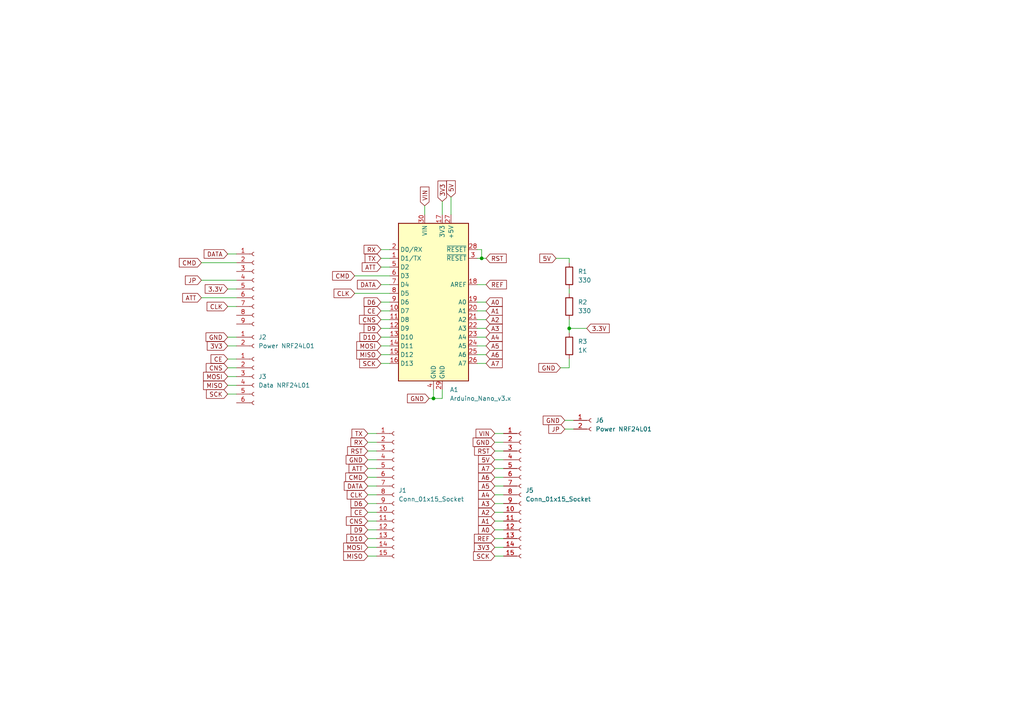
<source format=kicad_sch>
(kicad_sch
	(version 20231120)
	(generator "eeschema")
	(generator_version "8.0")
	(uuid "2488489b-46a1-40c7-a148-257ec89141a6")
	(paper "A4")
	(lib_symbols
		(symbol "Connector:Conn_01x02_Socket"
			(pin_names
				(offset 1.016) hide)
			(exclude_from_sim no)
			(in_bom yes)
			(on_board yes)
			(property "Reference" "J"
				(at 0 2.54 0)
				(effects
					(font
						(size 1.27 1.27)
					)
				)
			)
			(property "Value" "Conn_01x02_Socket"
				(at 0 -5.08 0)
				(effects
					(font
						(size 1.27 1.27)
					)
				)
			)
			(property "Footprint" ""
				(at 0 0 0)
				(effects
					(font
						(size 1.27 1.27)
					)
					(hide yes)
				)
			)
			(property "Datasheet" "~"
				(at 0 0 0)
				(effects
					(font
						(size 1.27 1.27)
					)
					(hide yes)
				)
			)
			(property "Description" "Generic connector, single row, 01x02, script generated"
				(at 0 0 0)
				(effects
					(font
						(size 1.27 1.27)
					)
					(hide yes)
				)
			)
			(property "ki_locked" ""
				(at 0 0 0)
				(effects
					(font
						(size 1.27 1.27)
					)
				)
			)
			(property "ki_keywords" "connector"
				(at 0 0 0)
				(effects
					(font
						(size 1.27 1.27)
					)
					(hide yes)
				)
			)
			(property "ki_fp_filters" "Connector*:*_1x??_*"
				(at 0 0 0)
				(effects
					(font
						(size 1.27 1.27)
					)
					(hide yes)
				)
			)
			(symbol "Conn_01x02_Socket_1_1"
				(arc
					(start 0 -2.032)
					(mid -0.5058 -2.54)
					(end 0 -3.048)
					(stroke
						(width 0.1524)
						(type default)
					)
					(fill
						(type none)
					)
				)
				(polyline
					(pts
						(xy -1.27 -2.54) (xy -0.508 -2.54)
					)
					(stroke
						(width 0.1524)
						(type default)
					)
					(fill
						(type none)
					)
				)
				(polyline
					(pts
						(xy -1.27 0) (xy -0.508 0)
					)
					(stroke
						(width 0.1524)
						(type default)
					)
					(fill
						(type none)
					)
				)
				(arc
					(start 0 0.508)
					(mid -0.5058 0)
					(end 0 -0.508)
					(stroke
						(width 0.1524)
						(type default)
					)
					(fill
						(type none)
					)
				)
				(pin passive line
					(at -5.08 0 0)
					(length 3.81)
					(name "Pin_1"
						(effects
							(font
								(size 1.27 1.27)
							)
						)
					)
					(number "1"
						(effects
							(font
								(size 1.27 1.27)
							)
						)
					)
				)
				(pin passive line
					(at -5.08 -2.54 0)
					(length 3.81)
					(name "Pin_2"
						(effects
							(font
								(size 1.27 1.27)
							)
						)
					)
					(number "2"
						(effects
							(font
								(size 1.27 1.27)
							)
						)
					)
				)
			)
		)
		(symbol "Connector:Conn_01x06_Socket"
			(pin_names
				(offset 1.016) hide)
			(exclude_from_sim no)
			(in_bom yes)
			(on_board yes)
			(property "Reference" "J"
				(at 0 7.62 0)
				(effects
					(font
						(size 1.27 1.27)
					)
				)
			)
			(property "Value" "Conn_01x06_Socket"
				(at 0 -10.16 0)
				(effects
					(font
						(size 1.27 1.27)
					)
				)
			)
			(property "Footprint" ""
				(at 0 0 0)
				(effects
					(font
						(size 1.27 1.27)
					)
					(hide yes)
				)
			)
			(property "Datasheet" "~"
				(at 0 0 0)
				(effects
					(font
						(size 1.27 1.27)
					)
					(hide yes)
				)
			)
			(property "Description" "Generic connector, single row, 01x06, script generated"
				(at 0 0 0)
				(effects
					(font
						(size 1.27 1.27)
					)
					(hide yes)
				)
			)
			(property "ki_locked" ""
				(at 0 0 0)
				(effects
					(font
						(size 1.27 1.27)
					)
				)
			)
			(property "ki_keywords" "connector"
				(at 0 0 0)
				(effects
					(font
						(size 1.27 1.27)
					)
					(hide yes)
				)
			)
			(property "ki_fp_filters" "Connector*:*_1x??_*"
				(at 0 0 0)
				(effects
					(font
						(size 1.27 1.27)
					)
					(hide yes)
				)
			)
			(symbol "Conn_01x06_Socket_1_1"
				(arc
					(start 0 -7.112)
					(mid -0.5058 -7.62)
					(end 0 -8.128)
					(stroke
						(width 0.1524)
						(type default)
					)
					(fill
						(type none)
					)
				)
				(arc
					(start 0 -4.572)
					(mid -0.5058 -5.08)
					(end 0 -5.588)
					(stroke
						(width 0.1524)
						(type default)
					)
					(fill
						(type none)
					)
				)
				(arc
					(start 0 -2.032)
					(mid -0.5058 -2.54)
					(end 0 -3.048)
					(stroke
						(width 0.1524)
						(type default)
					)
					(fill
						(type none)
					)
				)
				(polyline
					(pts
						(xy -1.27 -7.62) (xy -0.508 -7.62)
					)
					(stroke
						(width 0.1524)
						(type default)
					)
					(fill
						(type none)
					)
				)
				(polyline
					(pts
						(xy -1.27 -5.08) (xy -0.508 -5.08)
					)
					(stroke
						(width 0.1524)
						(type default)
					)
					(fill
						(type none)
					)
				)
				(polyline
					(pts
						(xy -1.27 -2.54) (xy -0.508 -2.54)
					)
					(stroke
						(width 0.1524)
						(type default)
					)
					(fill
						(type none)
					)
				)
				(polyline
					(pts
						(xy -1.27 0) (xy -0.508 0)
					)
					(stroke
						(width 0.1524)
						(type default)
					)
					(fill
						(type none)
					)
				)
				(polyline
					(pts
						(xy -1.27 2.54) (xy -0.508 2.54)
					)
					(stroke
						(width 0.1524)
						(type default)
					)
					(fill
						(type none)
					)
				)
				(polyline
					(pts
						(xy -1.27 5.08) (xy -0.508 5.08)
					)
					(stroke
						(width 0.1524)
						(type default)
					)
					(fill
						(type none)
					)
				)
				(arc
					(start 0 0.508)
					(mid -0.5058 0)
					(end 0 -0.508)
					(stroke
						(width 0.1524)
						(type default)
					)
					(fill
						(type none)
					)
				)
				(arc
					(start 0 3.048)
					(mid -0.5058 2.54)
					(end 0 2.032)
					(stroke
						(width 0.1524)
						(type default)
					)
					(fill
						(type none)
					)
				)
				(arc
					(start 0 5.588)
					(mid -0.5058 5.08)
					(end 0 4.572)
					(stroke
						(width 0.1524)
						(type default)
					)
					(fill
						(type none)
					)
				)
				(pin passive line
					(at -5.08 5.08 0)
					(length 3.81)
					(name "Pin_1"
						(effects
							(font
								(size 1.27 1.27)
							)
						)
					)
					(number "1"
						(effects
							(font
								(size 1.27 1.27)
							)
						)
					)
				)
				(pin passive line
					(at -5.08 2.54 0)
					(length 3.81)
					(name "Pin_2"
						(effects
							(font
								(size 1.27 1.27)
							)
						)
					)
					(number "2"
						(effects
							(font
								(size 1.27 1.27)
							)
						)
					)
				)
				(pin passive line
					(at -5.08 0 0)
					(length 3.81)
					(name "Pin_3"
						(effects
							(font
								(size 1.27 1.27)
							)
						)
					)
					(number "3"
						(effects
							(font
								(size 1.27 1.27)
							)
						)
					)
				)
				(pin passive line
					(at -5.08 -2.54 0)
					(length 3.81)
					(name "Pin_4"
						(effects
							(font
								(size 1.27 1.27)
							)
						)
					)
					(number "4"
						(effects
							(font
								(size 1.27 1.27)
							)
						)
					)
				)
				(pin passive line
					(at -5.08 -5.08 0)
					(length 3.81)
					(name "Pin_5"
						(effects
							(font
								(size 1.27 1.27)
							)
						)
					)
					(number "5"
						(effects
							(font
								(size 1.27 1.27)
							)
						)
					)
				)
				(pin passive line
					(at -5.08 -7.62 0)
					(length 3.81)
					(name "Pin_6"
						(effects
							(font
								(size 1.27 1.27)
							)
						)
					)
					(number "6"
						(effects
							(font
								(size 1.27 1.27)
							)
						)
					)
				)
			)
		)
		(symbol "Connector:Conn_01x09_Socket"
			(pin_names
				(offset 1.016) hide)
			(exclude_from_sim no)
			(in_bom yes)
			(on_board yes)
			(property "Reference" "J"
				(at 0 12.7 0)
				(effects
					(font
						(size 1.27 1.27)
					)
				)
			)
			(property "Value" "Conn_01x09_Socket"
				(at 0 -12.7 0)
				(effects
					(font
						(size 1.27 1.27)
					)
				)
			)
			(property "Footprint" ""
				(at 0 0 0)
				(effects
					(font
						(size 1.27 1.27)
					)
					(hide yes)
				)
			)
			(property "Datasheet" "~"
				(at 0 0 0)
				(effects
					(font
						(size 1.27 1.27)
					)
					(hide yes)
				)
			)
			(property "Description" "Generic connector, single row, 01x09, script generated"
				(at 0 0 0)
				(effects
					(font
						(size 1.27 1.27)
					)
					(hide yes)
				)
			)
			(property "ki_locked" ""
				(at 0 0 0)
				(effects
					(font
						(size 1.27 1.27)
					)
				)
			)
			(property "ki_keywords" "connector"
				(at 0 0 0)
				(effects
					(font
						(size 1.27 1.27)
					)
					(hide yes)
				)
			)
			(property "ki_fp_filters" "Connector*:*_1x??_*"
				(at 0 0 0)
				(effects
					(font
						(size 1.27 1.27)
					)
					(hide yes)
				)
			)
			(symbol "Conn_01x09_Socket_1_1"
				(arc
					(start 0 -9.652)
					(mid -0.5058 -10.16)
					(end 0 -10.668)
					(stroke
						(width 0.1524)
						(type default)
					)
					(fill
						(type none)
					)
				)
				(arc
					(start 0 -7.112)
					(mid -0.5058 -7.62)
					(end 0 -8.128)
					(stroke
						(width 0.1524)
						(type default)
					)
					(fill
						(type none)
					)
				)
				(arc
					(start 0 -4.572)
					(mid -0.5058 -5.08)
					(end 0 -5.588)
					(stroke
						(width 0.1524)
						(type default)
					)
					(fill
						(type none)
					)
				)
				(arc
					(start 0 -2.032)
					(mid -0.5058 -2.54)
					(end 0 -3.048)
					(stroke
						(width 0.1524)
						(type default)
					)
					(fill
						(type none)
					)
				)
				(polyline
					(pts
						(xy -1.27 -10.16) (xy -0.508 -10.16)
					)
					(stroke
						(width 0.1524)
						(type default)
					)
					(fill
						(type none)
					)
				)
				(polyline
					(pts
						(xy -1.27 -7.62) (xy -0.508 -7.62)
					)
					(stroke
						(width 0.1524)
						(type default)
					)
					(fill
						(type none)
					)
				)
				(polyline
					(pts
						(xy -1.27 -5.08) (xy -0.508 -5.08)
					)
					(stroke
						(width 0.1524)
						(type default)
					)
					(fill
						(type none)
					)
				)
				(polyline
					(pts
						(xy -1.27 -2.54) (xy -0.508 -2.54)
					)
					(stroke
						(width 0.1524)
						(type default)
					)
					(fill
						(type none)
					)
				)
				(polyline
					(pts
						(xy -1.27 0) (xy -0.508 0)
					)
					(stroke
						(width 0.1524)
						(type default)
					)
					(fill
						(type none)
					)
				)
				(polyline
					(pts
						(xy -1.27 2.54) (xy -0.508 2.54)
					)
					(stroke
						(width 0.1524)
						(type default)
					)
					(fill
						(type none)
					)
				)
				(polyline
					(pts
						(xy -1.27 5.08) (xy -0.508 5.08)
					)
					(stroke
						(width 0.1524)
						(type default)
					)
					(fill
						(type none)
					)
				)
				(polyline
					(pts
						(xy -1.27 7.62) (xy -0.508 7.62)
					)
					(stroke
						(width 0.1524)
						(type default)
					)
					(fill
						(type none)
					)
				)
				(polyline
					(pts
						(xy -1.27 10.16) (xy -0.508 10.16)
					)
					(stroke
						(width 0.1524)
						(type default)
					)
					(fill
						(type none)
					)
				)
				(arc
					(start 0 0.508)
					(mid -0.5058 0)
					(end 0 -0.508)
					(stroke
						(width 0.1524)
						(type default)
					)
					(fill
						(type none)
					)
				)
				(arc
					(start 0 3.048)
					(mid -0.5058 2.54)
					(end 0 2.032)
					(stroke
						(width 0.1524)
						(type default)
					)
					(fill
						(type none)
					)
				)
				(arc
					(start 0 5.588)
					(mid -0.5058 5.08)
					(end 0 4.572)
					(stroke
						(width 0.1524)
						(type default)
					)
					(fill
						(type none)
					)
				)
				(arc
					(start 0 8.128)
					(mid -0.5058 7.62)
					(end 0 7.112)
					(stroke
						(width 0.1524)
						(type default)
					)
					(fill
						(type none)
					)
				)
				(arc
					(start 0 10.668)
					(mid -0.5058 10.16)
					(end 0 9.652)
					(stroke
						(width 0.1524)
						(type default)
					)
					(fill
						(type none)
					)
				)
				(pin passive line
					(at -5.08 10.16 0)
					(length 3.81)
					(name "Pin_1"
						(effects
							(font
								(size 1.27 1.27)
							)
						)
					)
					(number "1"
						(effects
							(font
								(size 1.27 1.27)
							)
						)
					)
				)
				(pin passive line
					(at -5.08 7.62 0)
					(length 3.81)
					(name "Pin_2"
						(effects
							(font
								(size 1.27 1.27)
							)
						)
					)
					(number "2"
						(effects
							(font
								(size 1.27 1.27)
							)
						)
					)
				)
				(pin passive line
					(at -5.08 5.08 0)
					(length 3.81)
					(name "Pin_3"
						(effects
							(font
								(size 1.27 1.27)
							)
						)
					)
					(number "3"
						(effects
							(font
								(size 1.27 1.27)
							)
						)
					)
				)
				(pin passive line
					(at -5.08 2.54 0)
					(length 3.81)
					(name "Pin_4"
						(effects
							(font
								(size 1.27 1.27)
							)
						)
					)
					(number "4"
						(effects
							(font
								(size 1.27 1.27)
							)
						)
					)
				)
				(pin passive line
					(at -5.08 0 0)
					(length 3.81)
					(name "Pin_5"
						(effects
							(font
								(size 1.27 1.27)
							)
						)
					)
					(number "5"
						(effects
							(font
								(size 1.27 1.27)
							)
						)
					)
				)
				(pin passive line
					(at -5.08 -2.54 0)
					(length 3.81)
					(name "Pin_6"
						(effects
							(font
								(size 1.27 1.27)
							)
						)
					)
					(number "6"
						(effects
							(font
								(size 1.27 1.27)
							)
						)
					)
				)
				(pin passive line
					(at -5.08 -5.08 0)
					(length 3.81)
					(name "Pin_7"
						(effects
							(font
								(size 1.27 1.27)
							)
						)
					)
					(number "7"
						(effects
							(font
								(size 1.27 1.27)
							)
						)
					)
				)
				(pin passive line
					(at -5.08 -7.62 0)
					(length 3.81)
					(name "Pin_8"
						(effects
							(font
								(size 1.27 1.27)
							)
						)
					)
					(number "8"
						(effects
							(font
								(size 1.27 1.27)
							)
						)
					)
				)
				(pin passive line
					(at -5.08 -10.16 0)
					(length 3.81)
					(name "Pin_9"
						(effects
							(font
								(size 1.27 1.27)
							)
						)
					)
					(number "9"
						(effects
							(font
								(size 1.27 1.27)
							)
						)
					)
				)
			)
		)
		(symbol "Connector:Conn_01x15_Socket"
			(pin_names
				(offset 1.016) hide)
			(exclude_from_sim no)
			(in_bom yes)
			(on_board yes)
			(property "Reference" "J"
				(at 0 20.32 0)
				(effects
					(font
						(size 1.27 1.27)
					)
				)
			)
			(property "Value" "Conn_01x15_Socket"
				(at 0 -20.32 0)
				(effects
					(font
						(size 1.27 1.27)
					)
				)
			)
			(property "Footprint" ""
				(at 0 0 0)
				(effects
					(font
						(size 1.27 1.27)
					)
					(hide yes)
				)
			)
			(property "Datasheet" "~"
				(at 0 0 0)
				(effects
					(font
						(size 1.27 1.27)
					)
					(hide yes)
				)
			)
			(property "Description" "Generic connector, single row, 01x15, script generated"
				(at 0 0 0)
				(effects
					(font
						(size 1.27 1.27)
					)
					(hide yes)
				)
			)
			(property "ki_locked" ""
				(at 0 0 0)
				(effects
					(font
						(size 1.27 1.27)
					)
				)
			)
			(property "ki_keywords" "connector"
				(at 0 0 0)
				(effects
					(font
						(size 1.27 1.27)
					)
					(hide yes)
				)
			)
			(property "ki_fp_filters" "Connector*:*_1x??_*"
				(at 0 0 0)
				(effects
					(font
						(size 1.27 1.27)
					)
					(hide yes)
				)
			)
			(symbol "Conn_01x15_Socket_1_1"
				(arc
					(start 0 -17.272)
					(mid -0.5058 -17.78)
					(end 0 -18.288)
					(stroke
						(width 0.1524)
						(type default)
					)
					(fill
						(type none)
					)
				)
				(arc
					(start 0 -14.732)
					(mid -0.5058 -15.24)
					(end 0 -15.748)
					(stroke
						(width 0.1524)
						(type default)
					)
					(fill
						(type none)
					)
				)
				(arc
					(start 0 -12.192)
					(mid -0.5058 -12.7)
					(end 0 -13.208)
					(stroke
						(width 0.1524)
						(type default)
					)
					(fill
						(type none)
					)
				)
				(arc
					(start 0 -9.652)
					(mid -0.5058 -10.16)
					(end 0 -10.668)
					(stroke
						(width 0.1524)
						(type default)
					)
					(fill
						(type none)
					)
				)
				(arc
					(start 0 -7.112)
					(mid -0.5058 -7.62)
					(end 0 -8.128)
					(stroke
						(width 0.1524)
						(type default)
					)
					(fill
						(type none)
					)
				)
				(arc
					(start 0 -4.572)
					(mid -0.5058 -5.08)
					(end 0 -5.588)
					(stroke
						(width 0.1524)
						(type default)
					)
					(fill
						(type none)
					)
				)
				(arc
					(start 0 -2.032)
					(mid -0.5058 -2.54)
					(end 0 -3.048)
					(stroke
						(width 0.1524)
						(type default)
					)
					(fill
						(type none)
					)
				)
				(polyline
					(pts
						(xy -1.27 -17.78) (xy -0.508 -17.78)
					)
					(stroke
						(width 0.1524)
						(type default)
					)
					(fill
						(type none)
					)
				)
				(polyline
					(pts
						(xy -1.27 -15.24) (xy -0.508 -15.24)
					)
					(stroke
						(width 0.1524)
						(type default)
					)
					(fill
						(type none)
					)
				)
				(polyline
					(pts
						(xy -1.27 -12.7) (xy -0.508 -12.7)
					)
					(stroke
						(width 0.1524)
						(type default)
					)
					(fill
						(type none)
					)
				)
				(polyline
					(pts
						(xy -1.27 -10.16) (xy -0.508 -10.16)
					)
					(stroke
						(width 0.1524)
						(type default)
					)
					(fill
						(type none)
					)
				)
				(polyline
					(pts
						(xy -1.27 -7.62) (xy -0.508 -7.62)
					)
					(stroke
						(width 0.1524)
						(type default)
					)
					(fill
						(type none)
					)
				)
				(polyline
					(pts
						(xy -1.27 -5.08) (xy -0.508 -5.08)
					)
					(stroke
						(width 0.1524)
						(type default)
					)
					(fill
						(type none)
					)
				)
				(polyline
					(pts
						(xy -1.27 -2.54) (xy -0.508 -2.54)
					)
					(stroke
						(width 0.1524)
						(type default)
					)
					(fill
						(type none)
					)
				)
				(polyline
					(pts
						(xy -1.27 0) (xy -0.508 0)
					)
					(stroke
						(width 0.1524)
						(type default)
					)
					(fill
						(type none)
					)
				)
				(polyline
					(pts
						(xy -1.27 2.54) (xy -0.508 2.54)
					)
					(stroke
						(width 0.1524)
						(type default)
					)
					(fill
						(type none)
					)
				)
				(polyline
					(pts
						(xy -1.27 5.08) (xy -0.508 5.08)
					)
					(stroke
						(width 0.1524)
						(type default)
					)
					(fill
						(type none)
					)
				)
				(polyline
					(pts
						(xy -1.27 7.62) (xy -0.508 7.62)
					)
					(stroke
						(width 0.1524)
						(type default)
					)
					(fill
						(type none)
					)
				)
				(polyline
					(pts
						(xy -1.27 10.16) (xy -0.508 10.16)
					)
					(stroke
						(width 0.1524)
						(type default)
					)
					(fill
						(type none)
					)
				)
				(polyline
					(pts
						(xy -1.27 12.7) (xy -0.508 12.7)
					)
					(stroke
						(width 0.1524)
						(type default)
					)
					(fill
						(type none)
					)
				)
				(polyline
					(pts
						(xy -1.27 15.24) (xy -0.508 15.24)
					)
					(stroke
						(width 0.1524)
						(type default)
					)
					(fill
						(type none)
					)
				)
				(polyline
					(pts
						(xy -1.27 17.78) (xy -0.508 17.78)
					)
					(stroke
						(width 0.1524)
						(type default)
					)
					(fill
						(type none)
					)
				)
				(arc
					(start 0 0.508)
					(mid -0.5058 0)
					(end 0 -0.508)
					(stroke
						(width 0.1524)
						(type default)
					)
					(fill
						(type none)
					)
				)
				(arc
					(start 0 3.048)
					(mid -0.5058 2.54)
					(end 0 2.032)
					(stroke
						(width 0.1524)
						(type default)
					)
					(fill
						(type none)
					)
				)
				(arc
					(start 0 5.588)
					(mid -0.5058 5.08)
					(end 0 4.572)
					(stroke
						(width 0.1524)
						(type default)
					)
					(fill
						(type none)
					)
				)
				(arc
					(start 0 8.128)
					(mid -0.5058 7.62)
					(end 0 7.112)
					(stroke
						(width 0.1524)
						(type default)
					)
					(fill
						(type none)
					)
				)
				(arc
					(start 0 10.668)
					(mid -0.5058 10.16)
					(end 0 9.652)
					(stroke
						(width 0.1524)
						(type default)
					)
					(fill
						(type none)
					)
				)
				(arc
					(start 0 13.208)
					(mid -0.5058 12.7)
					(end 0 12.192)
					(stroke
						(width 0.1524)
						(type default)
					)
					(fill
						(type none)
					)
				)
				(arc
					(start 0 15.748)
					(mid -0.5058 15.24)
					(end 0 14.732)
					(stroke
						(width 0.1524)
						(type default)
					)
					(fill
						(type none)
					)
				)
				(arc
					(start 0 18.288)
					(mid -0.5058 17.78)
					(end 0 17.272)
					(stroke
						(width 0.1524)
						(type default)
					)
					(fill
						(type none)
					)
				)
				(pin passive line
					(at -5.08 17.78 0)
					(length 3.81)
					(name "Pin_1"
						(effects
							(font
								(size 1.27 1.27)
							)
						)
					)
					(number "1"
						(effects
							(font
								(size 1.27 1.27)
							)
						)
					)
				)
				(pin passive line
					(at -5.08 -5.08 0)
					(length 3.81)
					(name "Pin_10"
						(effects
							(font
								(size 1.27 1.27)
							)
						)
					)
					(number "10"
						(effects
							(font
								(size 1.27 1.27)
							)
						)
					)
				)
				(pin passive line
					(at -5.08 -7.62 0)
					(length 3.81)
					(name "Pin_11"
						(effects
							(font
								(size 1.27 1.27)
							)
						)
					)
					(number "11"
						(effects
							(font
								(size 1.27 1.27)
							)
						)
					)
				)
				(pin passive line
					(at -5.08 -10.16 0)
					(length 3.81)
					(name "Pin_12"
						(effects
							(font
								(size 1.27 1.27)
							)
						)
					)
					(number "12"
						(effects
							(font
								(size 1.27 1.27)
							)
						)
					)
				)
				(pin passive line
					(at -5.08 -12.7 0)
					(length 3.81)
					(name "Pin_13"
						(effects
							(font
								(size 1.27 1.27)
							)
						)
					)
					(number "13"
						(effects
							(font
								(size 1.27 1.27)
							)
						)
					)
				)
				(pin passive line
					(at -5.08 -15.24 0)
					(length 3.81)
					(name "Pin_14"
						(effects
							(font
								(size 1.27 1.27)
							)
						)
					)
					(number "14"
						(effects
							(font
								(size 1.27 1.27)
							)
						)
					)
				)
				(pin passive line
					(at -5.08 -17.78 0)
					(length 3.81)
					(name "Pin_15"
						(effects
							(font
								(size 1.27 1.27)
							)
						)
					)
					(number "15"
						(effects
							(font
								(size 1.27 1.27)
							)
						)
					)
				)
				(pin passive line
					(at -5.08 15.24 0)
					(length 3.81)
					(name "Pin_2"
						(effects
							(font
								(size 1.27 1.27)
							)
						)
					)
					(number "2"
						(effects
							(font
								(size 1.27 1.27)
							)
						)
					)
				)
				(pin passive line
					(at -5.08 12.7 0)
					(length 3.81)
					(name "Pin_3"
						(effects
							(font
								(size 1.27 1.27)
							)
						)
					)
					(number "3"
						(effects
							(font
								(size 1.27 1.27)
							)
						)
					)
				)
				(pin passive line
					(at -5.08 10.16 0)
					(length 3.81)
					(name "Pin_4"
						(effects
							(font
								(size 1.27 1.27)
							)
						)
					)
					(number "4"
						(effects
							(font
								(size 1.27 1.27)
							)
						)
					)
				)
				(pin passive line
					(at -5.08 7.62 0)
					(length 3.81)
					(name "Pin_5"
						(effects
							(font
								(size 1.27 1.27)
							)
						)
					)
					(number "5"
						(effects
							(font
								(size 1.27 1.27)
							)
						)
					)
				)
				(pin passive line
					(at -5.08 5.08 0)
					(length 3.81)
					(name "Pin_6"
						(effects
							(font
								(size 1.27 1.27)
							)
						)
					)
					(number "6"
						(effects
							(font
								(size 1.27 1.27)
							)
						)
					)
				)
				(pin passive line
					(at -5.08 2.54 0)
					(length 3.81)
					(name "Pin_7"
						(effects
							(font
								(size 1.27 1.27)
							)
						)
					)
					(number "7"
						(effects
							(font
								(size 1.27 1.27)
							)
						)
					)
				)
				(pin passive line
					(at -5.08 0 0)
					(length 3.81)
					(name "Pin_8"
						(effects
							(font
								(size 1.27 1.27)
							)
						)
					)
					(number "8"
						(effects
							(font
								(size 1.27 1.27)
							)
						)
					)
				)
				(pin passive line
					(at -5.08 -2.54 0)
					(length 3.81)
					(name "Pin_9"
						(effects
							(font
								(size 1.27 1.27)
							)
						)
					)
					(number "9"
						(effects
							(font
								(size 1.27 1.27)
							)
						)
					)
				)
			)
		)
		(symbol "Device:R"
			(pin_numbers hide)
			(pin_names
				(offset 0)
			)
			(exclude_from_sim no)
			(in_bom yes)
			(on_board yes)
			(property "Reference" "R"
				(at 2.032 0 90)
				(effects
					(font
						(size 1.27 1.27)
					)
				)
			)
			(property "Value" "R"
				(at 0 0 90)
				(effects
					(font
						(size 1.27 1.27)
					)
				)
			)
			(property "Footprint" ""
				(at -1.778 0 90)
				(effects
					(font
						(size 1.27 1.27)
					)
					(hide yes)
				)
			)
			(property "Datasheet" "~"
				(at 0 0 0)
				(effects
					(font
						(size 1.27 1.27)
					)
					(hide yes)
				)
			)
			(property "Description" "Resistor"
				(at 0 0 0)
				(effects
					(font
						(size 1.27 1.27)
					)
					(hide yes)
				)
			)
			(property "ki_keywords" "R res resistor"
				(at 0 0 0)
				(effects
					(font
						(size 1.27 1.27)
					)
					(hide yes)
				)
			)
			(property "ki_fp_filters" "R_*"
				(at 0 0 0)
				(effects
					(font
						(size 1.27 1.27)
					)
					(hide yes)
				)
			)
			(symbol "R_0_1"
				(rectangle
					(start -1.016 -2.54)
					(end 1.016 2.54)
					(stroke
						(width 0.254)
						(type default)
					)
					(fill
						(type none)
					)
				)
			)
			(symbol "R_1_1"
				(pin passive line
					(at 0 3.81 270)
					(length 1.27)
					(name "~"
						(effects
							(font
								(size 1.27 1.27)
							)
						)
					)
					(number "1"
						(effects
							(font
								(size 1.27 1.27)
							)
						)
					)
				)
				(pin passive line
					(at 0 -3.81 90)
					(length 1.27)
					(name "~"
						(effects
							(font
								(size 1.27 1.27)
							)
						)
					)
					(number "2"
						(effects
							(font
								(size 1.27 1.27)
							)
						)
					)
				)
			)
		)
		(symbol "MCU_Module:Arduino_Nano_v3.x"
			(exclude_from_sim no)
			(in_bom yes)
			(on_board yes)
			(property "Reference" "A"
				(at -10.16 23.495 0)
				(effects
					(font
						(size 1.27 1.27)
					)
					(justify left bottom)
				)
			)
			(property "Value" "Arduino_Nano_v3.x"
				(at 5.08 -24.13 0)
				(effects
					(font
						(size 1.27 1.27)
					)
					(justify left top)
				)
			)
			(property "Footprint" "Module:Arduino_Nano"
				(at 0 0 0)
				(effects
					(font
						(size 1.27 1.27)
						(italic yes)
					)
					(hide yes)
				)
			)
			(property "Datasheet" "http://www.mouser.com/pdfdocs/Gravitech_Arduino_Nano3_0.pdf"
				(at 0 0 0)
				(effects
					(font
						(size 1.27 1.27)
					)
					(hide yes)
				)
			)
			(property "Description" "Arduino Nano v3.x"
				(at 0 0 0)
				(effects
					(font
						(size 1.27 1.27)
					)
					(hide yes)
				)
			)
			(property "ki_keywords" "Arduino nano microcontroller module USB"
				(at 0 0 0)
				(effects
					(font
						(size 1.27 1.27)
					)
					(hide yes)
				)
			)
			(property "ki_fp_filters" "Arduino*Nano*"
				(at 0 0 0)
				(effects
					(font
						(size 1.27 1.27)
					)
					(hide yes)
				)
			)
			(symbol "Arduino_Nano_v3.x_0_1"
				(rectangle
					(start -10.16 22.86)
					(end 10.16 -22.86)
					(stroke
						(width 0.254)
						(type default)
					)
					(fill
						(type background)
					)
				)
			)
			(symbol "Arduino_Nano_v3.x_1_1"
				(pin bidirectional line
					(at -12.7 12.7 0)
					(length 2.54)
					(name "D1/TX"
						(effects
							(font
								(size 1.27 1.27)
							)
						)
					)
					(number "1"
						(effects
							(font
								(size 1.27 1.27)
							)
						)
					)
				)
				(pin bidirectional line
					(at -12.7 -2.54 0)
					(length 2.54)
					(name "D7"
						(effects
							(font
								(size 1.27 1.27)
							)
						)
					)
					(number "10"
						(effects
							(font
								(size 1.27 1.27)
							)
						)
					)
				)
				(pin bidirectional line
					(at -12.7 -5.08 0)
					(length 2.54)
					(name "D8"
						(effects
							(font
								(size 1.27 1.27)
							)
						)
					)
					(number "11"
						(effects
							(font
								(size 1.27 1.27)
							)
						)
					)
				)
				(pin bidirectional line
					(at -12.7 -7.62 0)
					(length 2.54)
					(name "D9"
						(effects
							(font
								(size 1.27 1.27)
							)
						)
					)
					(number "12"
						(effects
							(font
								(size 1.27 1.27)
							)
						)
					)
				)
				(pin bidirectional line
					(at -12.7 -10.16 0)
					(length 2.54)
					(name "D10"
						(effects
							(font
								(size 1.27 1.27)
							)
						)
					)
					(number "13"
						(effects
							(font
								(size 1.27 1.27)
							)
						)
					)
				)
				(pin bidirectional line
					(at -12.7 -12.7 0)
					(length 2.54)
					(name "D11"
						(effects
							(font
								(size 1.27 1.27)
							)
						)
					)
					(number "14"
						(effects
							(font
								(size 1.27 1.27)
							)
						)
					)
				)
				(pin bidirectional line
					(at -12.7 -15.24 0)
					(length 2.54)
					(name "D12"
						(effects
							(font
								(size 1.27 1.27)
							)
						)
					)
					(number "15"
						(effects
							(font
								(size 1.27 1.27)
							)
						)
					)
				)
				(pin bidirectional line
					(at -12.7 -17.78 0)
					(length 2.54)
					(name "D13"
						(effects
							(font
								(size 1.27 1.27)
							)
						)
					)
					(number "16"
						(effects
							(font
								(size 1.27 1.27)
							)
						)
					)
				)
				(pin power_out line
					(at 2.54 25.4 270)
					(length 2.54)
					(name "3V3"
						(effects
							(font
								(size 1.27 1.27)
							)
						)
					)
					(number "17"
						(effects
							(font
								(size 1.27 1.27)
							)
						)
					)
				)
				(pin input line
					(at 12.7 5.08 180)
					(length 2.54)
					(name "AREF"
						(effects
							(font
								(size 1.27 1.27)
							)
						)
					)
					(number "18"
						(effects
							(font
								(size 1.27 1.27)
							)
						)
					)
				)
				(pin bidirectional line
					(at 12.7 0 180)
					(length 2.54)
					(name "A0"
						(effects
							(font
								(size 1.27 1.27)
							)
						)
					)
					(number "19"
						(effects
							(font
								(size 1.27 1.27)
							)
						)
					)
				)
				(pin bidirectional line
					(at -12.7 15.24 0)
					(length 2.54)
					(name "D0/RX"
						(effects
							(font
								(size 1.27 1.27)
							)
						)
					)
					(number "2"
						(effects
							(font
								(size 1.27 1.27)
							)
						)
					)
				)
				(pin bidirectional line
					(at 12.7 -2.54 180)
					(length 2.54)
					(name "A1"
						(effects
							(font
								(size 1.27 1.27)
							)
						)
					)
					(number "20"
						(effects
							(font
								(size 1.27 1.27)
							)
						)
					)
				)
				(pin bidirectional line
					(at 12.7 -5.08 180)
					(length 2.54)
					(name "A2"
						(effects
							(font
								(size 1.27 1.27)
							)
						)
					)
					(number "21"
						(effects
							(font
								(size 1.27 1.27)
							)
						)
					)
				)
				(pin bidirectional line
					(at 12.7 -7.62 180)
					(length 2.54)
					(name "A3"
						(effects
							(font
								(size 1.27 1.27)
							)
						)
					)
					(number "22"
						(effects
							(font
								(size 1.27 1.27)
							)
						)
					)
				)
				(pin bidirectional line
					(at 12.7 -10.16 180)
					(length 2.54)
					(name "A4"
						(effects
							(font
								(size 1.27 1.27)
							)
						)
					)
					(number "23"
						(effects
							(font
								(size 1.27 1.27)
							)
						)
					)
				)
				(pin bidirectional line
					(at 12.7 -12.7 180)
					(length 2.54)
					(name "A5"
						(effects
							(font
								(size 1.27 1.27)
							)
						)
					)
					(number "24"
						(effects
							(font
								(size 1.27 1.27)
							)
						)
					)
				)
				(pin bidirectional line
					(at 12.7 -15.24 180)
					(length 2.54)
					(name "A6"
						(effects
							(font
								(size 1.27 1.27)
							)
						)
					)
					(number "25"
						(effects
							(font
								(size 1.27 1.27)
							)
						)
					)
				)
				(pin bidirectional line
					(at 12.7 -17.78 180)
					(length 2.54)
					(name "A7"
						(effects
							(font
								(size 1.27 1.27)
							)
						)
					)
					(number "26"
						(effects
							(font
								(size 1.27 1.27)
							)
						)
					)
				)
				(pin power_out line
					(at 5.08 25.4 270)
					(length 2.54)
					(name "+5V"
						(effects
							(font
								(size 1.27 1.27)
							)
						)
					)
					(number "27"
						(effects
							(font
								(size 1.27 1.27)
							)
						)
					)
				)
				(pin input line
					(at 12.7 15.24 180)
					(length 2.54)
					(name "~{RESET}"
						(effects
							(font
								(size 1.27 1.27)
							)
						)
					)
					(number "28"
						(effects
							(font
								(size 1.27 1.27)
							)
						)
					)
				)
				(pin power_in line
					(at 2.54 -25.4 90)
					(length 2.54)
					(name "GND"
						(effects
							(font
								(size 1.27 1.27)
							)
						)
					)
					(number "29"
						(effects
							(font
								(size 1.27 1.27)
							)
						)
					)
				)
				(pin input line
					(at 12.7 12.7 180)
					(length 2.54)
					(name "~{RESET}"
						(effects
							(font
								(size 1.27 1.27)
							)
						)
					)
					(number "3"
						(effects
							(font
								(size 1.27 1.27)
							)
						)
					)
				)
				(pin power_in line
					(at -2.54 25.4 270)
					(length 2.54)
					(name "VIN"
						(effects
							(font
								(size 1.27 1.27)
							)
						)
					)
					(number "30"
						(effects
							(font
								(size 1.27 1.27)
							)
						)
					)
				)
				(pin power_in line
					(at 0 -25.4 90)
					(length 2.54)
					(name "GND"
						(effects
							(font
								(size 1.27 1.27)
							)
						)
					)
					(number "4"
						(effects
							(font
								(size 1.27 1.27)
							)
						)
					)
				)
				(pin bidirectional line
					(at -12.7 10.16 0)
					(length 2.54)
					(name "D2"
						(effects
							(font
								(size 1.27 1.27)
							)
						)
					)
					(number "5"
						(effects
							(font
								(size 1.27 1.27)
							)
						)
					)
				)
				(pin bidirectional line
					(at -12.7 7.62 0)
					(length 2.54)
					(name "D3"
						(effects
							(font
								(size 1.27 1.27)
							)
						)
					)
					(number "6"
						(effects
							(font
								(size 1.27 1.27)
							)
						)
					)
				)
				(pin bidirectional line
					(at -12.7 5.08 0)
					(length 2.54)
					(name "D4"
						(effects
							(font
								(size 1.27 1.27)
							)
						)
					)
					(number "7"
						(effects
							(font
								(size 1.27 1.27)
							)
						)
					)
				)
				(pin bidirectional line
					(at -12.7 2.54 0)
					(length 2.54)
					(name "D5"
						(effects
							(font
								(size 1.27 1.27)
							)
						)
					)
					(number "8"
						(effects
							(font
								(size 1.27 1.27)
							)
						)
					)
				)
				(pin bidirectional line
					(at -12.7 0 0)
					(length 2.54)
					(name "D6"
						(effects
							(font
								(size 1.27 1.27)
							)
						)
					)
					(number "9"
						(effects
							(font
								(size 1.27 1.27)
							)
						)
					)
				)
			)
		)
	)
	(junction
		(at 125.73 115.57)
		(diameter 0)
		(color 0 0 0 0)
		(uuid "4c001cfd-abf7-4b48-a48b-69133ec57dda")
	)
	(junction
		(at 139.7 74.93)
		(diameter 0)
		(color 0 0 0 0)
		(uuid "5ae3b3aa-cb5e-416b-9af3-00013af08757")
	)
	(junction
		(at 165.1 95.25)
		(diameter 0)
		(color 0 0 0 0)
		(uuid "8a3aa1e0-ea86-400d-952b-709fb5aceabf")
	)
	(wire
		(pts
			(xy 106.68 128.27) (xy 109.22 128.27)
		)
		(stroke
			(width 0)
			(type default)
		)
		(uuid "00806971-eedf-48fd-9ab7-60c71cf081ab")
	)
	(wire
		(pts
			(xy 138.43 97.79) (xy 140.97 97.79)
		)
		(stroke
			(width 0)
			(type default)
		)
		(uuid "0789e9cd-b8b0-458a-8089-635b9ec269cb")
	)
	(wire
		(pts
			(xy 123.19 59.69) (xy 123.19 62.23)
		)
		(stroke
			(width 0)
			(type default)
		)
		(uuid "0972f3c1-b737-4d32-b070-ac554fa64f7e")
	)
	(wire
		(pts
			(xy 143.51 125.73) (xy 146.05 125.73)
		)
		(stroke
			(width 0)
			(type default)
		)
		(uuid "0cc0b12a-1bc7-4695-9d43-2d3af8a17149")
	)
	(wire
		(pts
			(xy 106.68 158.75) (xy 109.22 158.75)
		)
		(stroke
			(width 0)
			(type default)
		)
		(uuid "1237eaf9-1045-4e45-ae72-cf482b9ed939")
	)
	(wire
		(pts
			(xy 165.1 92.71) (xy 165.1 95.25)
		)
		(stroke
			(width 0)
			(type default)
		)
		(uuid "1765cc6e-491d-4014-8605-50bf89063c2d")
	)
	(wire
		(pts
			(xy 110.49 90.17) (xy 113.03 90.17)
		)
		(stroke
			(width 0)
			(type default)
		)
		(uuid "19f4a837-bec7-4160-afe4-02510e559bec")
	)
	(wire
		(pts
			(xy 106.68 133.35) (xy 109.22 133.35)
		)
		(stroke
			(width 0)
			(type default)
		)
		(uuid "22c32620-a0bb-438c-b12f-513fd4936bec")
	)
	(wire
		(pts
			(xy 143.51 133.35) (xy 146.05 133.35)
		)
		(stroke
			(width 0)
			(type default)
		)
		(uuid "23603450-e812-4437-be65-af8c801503d7")
	)
	(wire
		(pts
			(xy 138.43 90.17) (xy 140.97 90.17)
		)
		(stroke
			(width 0)
			(type default)
		)
		(uuid "26360bb2-99ba-4a2c-adb1-cda00f058852")
	)
	(wire
		(pts
			(xy 138.43 105.41) (xy 140.97 105.41)
		)
		(stroke
			(width 0)
			(type default)
		)
		(uuid "26c811f3-45ea-4eb3-a3f5-4ce1b2256804")
	)
	(wire
		(pts
			(xy 165.1 74.93) (xy 165.1 76.2)
		)
		(stroke
			(width 0)
			(type default)
		)
		(uuid "270dbd27-5980-40bc-b9c2-3147ce8245a3")
	)
	(wire
		(pts
			(xy 106.68 153.67) (xy 109.22 153.67)
		)
		(stroke
			(width 0)
			(type default)
		)
		(uuid "2785e1e0-0e25-4a2f-b5c6-ce100ffb06c2")
	)
	(wire
		(pts
			(xy 66.04 111.76) (xy 68.58 111.76)
		)
		(stroke
			(width 0)
			(type default)
		)
		(uuid "39207aa1-921c-46f3-8ea8-5ac8d154877b")
	)
	(wire
		(pts
			(xy 110.49 105.41) (xy 113.03 105.41)
		)
		(stroke
			(width 0)
			(type default)
		)
		(uuid "3d574703-9f22-425d-ae5c-a21d8b719fa7")
	)
	(wire
		(pts
			(xy 143.51 143.51) (xy 146.05 143.51)
		)
		(stroke
			(width 0)
			(type default)
		)
		(uuid "3ea82873-fbec-4ed5-9a0d-3d1f7d19ec32")
	)
	(wire
		(pts
			(xy 143.51 151.13) (xy 146.05 151.13)
		)
		(stroke
			(width 0)
			(type default)
		)
		(uuid "4043b6fa-1017-4ed5-be25-52338947dced")
	)
	(wire
		(pts
			(xy 128.27 113.03) (xy 128.27 115.57)
		)
		(stroke
			(width 0)
			(type default)
		)
		(uuid "405f89fa-d25d-4e7d-924e-88a871c38883")
	)
	(wire
		(pts
			(xy 143.51 135.89) (xy 146.05 135.89)
		)
		(stroke
			(width 0)
			(type default)
		)
		(uuid "40c4628d-68cc-46cd-be8f-78c06711d417")
	)
	(wire
		(pts
			(xy 139.7 74.93) (xy 140.97 74.93)
		)
		(stroke
			(width 0)
			(type default)
		)
		(uuid "41da0b7a-5aa1-4c44-b330-ff324ead0f25")
	)
	(wire
		(pts
			(xy 106.68 161.29) (xy 109.22 161.29)
		)
		(stroke
			(width 0)
			(type default)
		)
		(uuid "491a06d8-8aca-427f-b0d3-d47e0319dd82")
	)
	(wire
		(pts
			(xy 110.49 77.47) (xy 113.03 77.47)
		)
		(stroke
			(width 0)
			(type default)
		)
		(uuid "4972f5bf-56bf-48bd-b0c3-dc02f92f7f51")
	)
	(wire
		(pts
			(xy 138.43 92.71) (xy 140.97 92.71)
		)
		(stroke
			(width 0)
			(type default)
		)
		(uuid "4b59297f-50ee-4b1e-9670-2ffd08eac281")
	)
	(wire
		(pts
			(xy 165.1 95.25) (xy 170.18 95.25)
		)
		(stroke
			(width 0)
			(type default)
		)
		(uuid "4b7766ab-36c0-46bd-9384-92db0971b262")
	)
	(wire
		(pts
			(xy 110.49 92.71) (xy 113.03 92.71)
		)
		(stroke
			(width 0)
			(type default)
		)
		(uuid "505ed18d-7b91-4066-a102-673e2f77824d")
	)
	(wire
		(pts
			(xy 138.43 74.93) (xy 139.7 74.93)
		)
		(stroke
			(width 0)
			(type default)
		)
		(uuid "512fa23c-67c8-4f8b-8eb5-3e1ff9c8387c")
	)
	(wire
		(pts
			(xy 165.1 106.68) (xy 165.1 104.14)
		)
		(stroke
			(width 0)
			(type default)
		)
		(uuid "5184f509-dbb8-45fe-b0fc-b48ecedff58a")
	)
	(wire
		(pts
			(xy 143.51 128.27) (xy 146.05 128.27)
		)
		(stroke
			(width 0)
			(type default)
		)
		(uuid "540ca1eb-9b7c-4a8b-8aae-04420ae74388")
	)
	(wire
		(pts
			(xy 162.56 106.68) (xy 165.1 106.68)
		)
		(stroke
			(width 0)
			(type default)
		)
		(uuid "5934a699-3c44-4cf8-b949-64705e025222")
	)
	(wire
		(pts
			(xy 143.51 140.97) (xy 146.05 140.97)
		)
		(stroke
			(width 0)
			(type default)
		)
		(uuid "5d32dadc-c497-48e3-aa26-571d5d652371")
	)
	(wire
		(pts
			(xy 138.43 100.33) (xy 140.97 100.33)
		)
		(stroke
			(width 0)
			(type default)
		)
		(uuid "5eae67fc-a673-4ec9-b96d-3de8f7ffc3c4")
	)
	(wire
		(pts
			(xy 138.43 87.63) (xy 140.97 87.63)
		)
		(stroke
			(width 0)
			(type default)
		)
		(uuid "648455a4-a8de-41be-b950-add1fedc4b3d")
	)
	(wire
		(pts
			(xy 106.68 146.05) (xy 109.22 146.05)
		)
		(stroke
			(width 0)
			(type default)
		)
		(uuid "6ff75c10-4f36-4d93-bc20-4a7babae8872")
	)
	(wire
		(pts
			(xy 66.04 104.14) (xy 68.58 104.14)
		)
		(stroke
			(width 0)
			(type default)
		)
		(uuid "7361b1eb-47ae-4590-af66-8f59d1d215ab")
	)
	(wire
		(pts
			(xy 106.68 156.21) (xy 109.22 156.21)
		)
		(stroke
			(width 0)
			(type default)
		)
		(uuid "7d3ae6f3-b9a7-4a6d-98eb-591938cc9efe")
	)
	(wire
		(pts
			(xy 139.7 72.39) (xy 139.7 74.93)
		)
		(stroke
			(width 0)
			(type default)
		)
		(uuid "7f9f8c37-19a9-47b3-9bfd-98de3eeed99e")
	)
	(wire
		(pts
			(xy 106.68 138.43) (xy 109.22 138.43)
		)
		(stroke
			(width 0)
			(type default)
		)
		(uuid "8112e40c-a260-4e6d-bbcd-37cd4f76aeca")
	)
	(wire
		(pts
			(xy 106.68 148.59) (xy 109.22 148.59)
		)
		(stroke
			(width 0)
			(type default)
		)
		(uuid "846a9a8a-cbcd-4dd6-a555-b00dca8f2599")
	)
	(wire
		(pts
			(xy 66.04 88.9) (xy 68.58 88.9)
		)
		(stroke
			(width 0)
			(type default)
		)
		(uuid "8488d7b2-c180-4866-90dc-b2ed2ca865d2")
	)
	(wire
		(pts
			(xy 106.68 135.89) (xy 109.22 135.89)
		)
		(stroke
			(width 0)
			(type default)
		)
		(uuid "84a906ed-f61f-416b-92f9-d169e412b4fe")
	)
	(wire
		(pts
			(xy 163.83 121.92) (xy 166.37 121.92)
		)
		(stroke
			(width 0)
			(type default)
		)
		(uuid "8a82ecc4-47b5-4e8a-98ac-36a59ac96993")
	)
	(wire
		(pts
			(xy 138.43 102.87) (xy 140.97 102.87)
		)
		(stroke
			(width 0)
			(type default)
		)
		(uuid "8cf6c22b-bd64-420b-a694-201b8fb0fa49")
	)
	(wire
		(pts
			(xy 143.51 156.21) (xy 146.05 156.21)
		)
		(stroke
			(width 0)
			(type default)
		)
		(uuid "981f9475-d158-40d5-b88e-cbba0e37c6d9")
	)
	(wire
		(pts
			(xy 66.04 106.68) (xy 68.58 106.68)
		)
		(stroke
			(width 0)
			(type default)
		)
		(uuid "9900bf52-d30e-4f8b-a1ff-f0bea77e161f")
	)
	(wire
		(pts
			(xy 66.04 114.3) (xy 68.58 114.3)
		)
		(stroke
			(width 0)
			(type default)
		)
		(uuid "9a35c1a8-bac9-48d4-bd16-4370e831adeb")
	)
	(wire
		(pts
			(xy 110.49 97.79) (xy 113.03 97.79)
		)
		(stroke
			(width 0)
			(type default)
		)
		(uuid "9ccbc9c3-5970-49be-9615-210f9f0138de")
	)
	(wire
		(pts
			(xy 143.51 158.75) (xy 146.05 158.75)
		)
		(stroke
			(width 0)
			(type default)
		)
		(uuid "9cdf77b7-bc58-408b-823b-b5aa0616b64c")
	)
	(wire
		(pts
			(xy 130.81 57.15) (xy 130.81 62.23)
		)
		(stroke
			(width 0)
			(type default)
		)
		(uuid "9e625eb1-0077-4ebe-9f12-fb37c37cd0d6")
	)
	(wire
		(pts
			(xy 66.04 109.22) (xy 68.58 109.22)
		)
		(stroke
			(width 0)
			(type default)
		)
		(uuid "9f4d8b24-c728-4059-ad02-321faa740857")
	)
	(wire
		(pts
			(xy 106.68 143.51) (xy 109.22 143.51)
		)
		(stroke
			(width 0)
			(type default)
		)
		(uuid "9fd8c50d-d2e2-4b99-b5e0-6eb9b0cc2cee")
	)
	(wire
		(pts
			(xy 110.49 95.25) (xy 113.03 95.25)
		)
		(stroke
			(width 0)
			(type default)
		)
		(uuid "a24e1c92-a12c-4da3-b519-7efd7cbfc23e")
	)
	(wire
		(pts
			(xy 143.51 146.05) (xy 146.05 146.05)
		)
		(stroke
			(width 0)
			(type default)
		)
		(uuid "a6056071-ab29-4c8c-873a-1b517abf080d")
	)
	(wire
		(pts
			(xy 165.1 83.82) (xy 165.1 85.09)
		)
		(stroke
			(width 0)
			(type default)
		)
		(uuid "a6a5529b-e960-472a-8d13-4df38110d7c9")
	)
	(wire
		(pts
			(xy 110.49 82.55) (xy 113.03 82.55)
		)
		(stroke
			(width 0)
			(type default)
		)
		(uuid "aaca6b79-e580-47a1-9eec-01f7851c10be")
	)
	(wire
		(pts
			(xy 66.04 73.66) (xy 68.58 73.66)
		)
		(stroke
			(width 0)
			(type default)
		)
		(uuid "addf8fa3-d938-480c-8169-b2f253cb44bb")
	)
	(wire
		(pts
			(xy 110.49 102.87) (xy 113.03 102.87)
		)
		(stroke
			(width 0)
			(type default)
		)
		(uuid "aeb398c1-730e-4363-9003-a103c3ab422b")
	)
	(wire
		(pts
			(xy 106.68 140.97) (xy 109.22 140.97)
		)
		(stroke
			(width 0)
			(type default)
		)
		(uuid "b29fdfff-d57c-4a80-8fc0-9730e6d74b54")
	)
	(wire
		(pts
			(xy 138.43 95.25) (xy 140.97 95.25)
		)
		(stroke
			(width 0)
			(type default)
		)
		(uuid "b429413f-ea46-4e16-ac72-5fc368ef0386")
	)
	(wire
		(pts
			(xy 106.68 125.73) (xy 109.22 125.73)
		)
		(stroke
			(width 0)
			(type default)
		)
		(uuid "b45be98e-af02-4adc-87dc-9e92f61e40de")
	)
	(wire
		(pts
			(xy 110.49 74.93) (xy 113.03 74.93)
		)
		(stroke
			(width 0)
			(type default)
		)
		(uuid "b62843f7-0e9d-4e8d-98a8-5255affa55da")
	)
	(wire
		(pts
			(xy 125.73 115.57) (xy 125.73 113.03)
		)
		(stroke
			(width 0)
			(type default)
		)
		(uuid "b7fbb82a-6e2e-442e-b9d7-1aae33741916")
	)
	(wire
		(pts
			(xy 106.68 130.81) (xy 109.22 130.81)
		)
		(stroke
			(width 0)
			(type default)
		)
		(uuid "baff71a6-7198-4c98-9336-895c81ea208c")
	)
	(wire
		(pts
			(xy 138.43 82.55) (xy 140.97 82.55)
		)
		(stroke
			(width 0)
			(type default)
		)
		(uuid "bdbf1912-f08c-4eec-8da4-a69c31c338e8")
	)
	(wire
		(pts
			(xy 66.04 100.33) (xy 68.58 100.33)
		)
		(stroke
			(width 0)
			(type default)
		)
		(uuid "c063c3f2-248f-4f5e-991a-984dc0eec7f3")
	)
	(wire
		(pts
			(xy 124.46 115.57) (xy 125.73 115.57)
		)
		(stroke
			(width 0)
			(type default)
		)
		(uuid "c296a306-9c85-42f2-8277-9e099ef83bbe")
	)
	(wire
		(pts
			(xy 102.87 85.09) (xy 113.03 85.09)
		)
		(stroke
			(width 0)
			(type default)
		)
		(uuid "c52b0901-2a29-4bcc-af0f-20ac46cd566c")
	)
	(wire
		(pts
			(xy 143.51 138.43) (xy 146.05 138.43)
		)
		(stroke
			(width 0)
			(type default)
		)
		(uuid "c6595bf5-5d49-422a-b2b3-69c1c7ae0330")
	)
	(wire
		(pts
			(xy 165.1 95.25) (xy 165.1 96.52)
		)
		(stroke
			(width 0)
			(type default)
		)
		(uuid "c89226c8-a71f-4489-8f7c-e700e7a2f9d3")
	)
	(wire
		(pts
			(xy 143.51 161.29) (xy 146.05 161.29)
		)
		(stroke
			(width 0)
			(type default)
		)
		(uuid "c8d47bf9-8f92-40b1-85cf-6e8cad41f06b")
	)
	(wire
		(pts
			(xy 138.43 72.39) (xy 139.7 72.39)
		)
		(stroke
			(width 0)
			(type default)
		)
		(uuid "c96c017d-d018-415a-8d76-b385da5cdac8")
	)
	(wire
		(pts
			(xy 66.04 97.79) (xy 68.58 97.79)
		)
		(stroke
			(width 0)
			(type default)
		)
		(uuid "ca0a77d8-8ea8-4285-91c7-2cfd39da607e")
	)
	(wire
		(pts
			(xy 106.68 151.13) (xy 109.22 151.13)
		)
		(stroke
			(width 0)
			(type default)
		)
		(uuid "cada748a-64c6-4a2a-ab23-5dd6a96b0873")
	)
	(wire
		(pts
			(xy 143.51 130.81) (xy 146.05 130.81)
		)
		(stroke
			(width 0)
			(type default)
		)
		(uuid "cce83a5b-53ef-43ce-94b9-745c7db5ad14")
	)
	(wire
		(pts
			(xy 128.27 58.42) (xy 128.27 62.23)
		)
		(stroke
			(width 0)
			(type default)
		)
		(uuid "cde18852-6379-4f4b-9224-e588e7ae1d8c")
	)
	(wire
		(pts
			(xy 66.04 83.82) (xy 68.58 83.82)
		)
		(stroke
			(width 0)
			(type default)
		)
		(uuid "d3c0a7d3-f5d2-465d-8b11-cddcb09ea520")
	)
	(wire
		(pts
			(xy 143.51 153.67) (xy 146.05 153.67)
		)
		(stroke
			(width 0)
			(type default)
		)
		(uuid "d3f3aac9-c5aa-4044-86db-15f40067c1cd")
	)
	(wire
		(pts
			(xy 143.51 148.59) (xy 146.05 148.59)
		)
		(stroke
			(width 0)
			(type default)
		)
		(uuid "d5adc5b3-86e3-4934-a265-b81c9d167d63")
	)
	(wire
		(pts
			(xy 110.49 100.33) (xy 113.03 100.33)
		)
		(stroke
			(width 0)
			(type default)
		)
		(uuid "d92f3766-184e-464b-81da-f26b8f8d9cb8")
	)
	(wire
		(pts
			(xy 58.42 76.2) (xy 68.58 76.2)
		)
		(stroke
			(width 0)
			(type default)
		)
		(uuid "de0d5c4b-b3db-4826-97e8-937d7e6962f7")
	)
	(wire
		(pts
			(xy 110.49 87.63) (xy 113.03 87.63)
		)
		(stroke
			(width 0)
			(type default)
		)
		(uuid "dfc5b94c-9a12-4ffe-8293-1f8c541227dc")
	)
	(wire
		(pts
			(xy 128.27 115.57) (xy 125.73 115.57)
		)
		(stroke
			(width 0)
			(type default)
		)
		(uuid "e5de7482-86c0-42b6-a5ac-5825d441a014")
	)
	(wire
		(pts
			(xy 58.42 81.28) (xy 68.58 81.28)
		)
		(stroke
			(width 0)
			(type default)
		)
		(uuid "e88c75d9-1a31-4387-b5a7-f4dba2d5067b")
	)
	(wire
		(pts
			(xy 58.42 86.36) (xy 68.58 86.36)
		)
		(stroke
			(width 0)
			(type default)
		)
		(uuid "eb83339a-a5e5-4851-ad5e-8f44f58f0b9b")
	)
	(wire
		(pts
			(xy 161.29 74.93) (xy 165.1 74.93)
		)
		(stroke
			(width 0)
			(type default)
		)
		(uuid "ee9dfbec-a4db-44cc-9aef-e36965e8120f")
	)
	(wire
		(pts
			(xy 110.49 72.39) (xy 113.03 72.39)
		)
		(stroke
			(width 0)
			(type default)
		)
		(uuid "f3fccba9-d35f-4f05-bea9-dfef1890a633")
	)
	(wire
		(pts
			(xy 102.87 80.01) (xy 113.03 80.01)
		)
		(stroke
			(width 0)
			(type default)
		)
		(uuid "f50505f8-5563-4a71-847d-f3579e56df37")
	)
	(wire
		(pts
			(xy 163.83 124.46) (xy 166.37 124.46)
		)
		(stroke
			(width 0)
			(type default)
		)
		(uuid "fad6e7d4-b858-4236-82d3-5a625ece8fab")
	)
	(global_label "RST"
		(shape input)
		(at 143.51 130.81 180)
		(fields_autoplaced yes)
		(effects
			(font
				(size 1.27 1.27)
			)
			(justify right)
		)
		(uuid "003d89f9-97e4-4653-b9d4-4720b32bc31d")
		(property "Intersheetrefs" "${INTERSHEET_REFS}"
			(at 137.0777 130.81 0)
			(effects
				(font
					(size 1.27 1.27)
				)
				(justify right)
				(hide yes)
			)
		)
	)
	(global_label "3.3V"
		(shape input)
		(at 66.04 83.82 180)
		(fields_autoplaced yes)
		(effects
			(font
				(size 1.27 1.27)
			)
			(justify right)
		)
		(uuid "00abac58-29eb-4ea9-83f2-d7af96e02555")
		(property "Intersheetrefs" "${INTERSHEET_REFS}"
			(at 58.9424 83.82 0)
			(effects
				(font
					(size 1.27 1.27)
				)
				(justify right)
				(hide yes)
			)
		)
	)
	(global_label "SCK"
		(shape input)
		(at 110.49 105.41 180)
		(fields_autoplaced yes)
		(effects
			(font
				(size 1.27 1.27)
			)
			(justify right)
		)
		(uuid "05d04386-eb76-49ff-a1ab-cf0ccd61fc11")
		(property "Intersheetrefs" "${INTERSHEET_REFS}"
			(at 103.7553 105.41 0)
			(effects
				(font
					(size 1.27 1.27)
				)
				(justify right)
				(hide yes)
			)
		)
	)
	(global_label "A4"
		(shape input)
		(at 143.51 143.51 180)
		(fields_autoplaced yes)
		(effects
			(font
				(size 1.27 1.27)
			)
			(justify right)
		)
		(uuid "0876fcdf-a192-4478-9fdd-3a9e6d169e04")
		(property "Intersheetrefs" "${INTERSHEET_REFS}"
			(at 138.2267 143.51 0)
			(effects
				(font
					(size 1.27 1.27)
				)
				(justify right)
				(hide yes)
			)
		)
	)
	(global_label "A4"
		(shape input)
		(at 140.97 97.79 0)
		(fields_autoplaced yes)
		(effects
			(font
				(size 1.27 1.27)
			)
			(justify left)
		)
		(uuid "0906f753-c6d2-4be3-b19f-4806ba58976e")
		(property "Intersheetrefs" "${INTERSHEET_REFS}"
			(at 146.2533 97.79 0)
			(effects
				(font
					(size 1.27 1.27)
				)
				(justify left)
				(hide yes)
			)
		)
	)
	(global_label "A1"
		(shape input)
		(at 140.97 90.17 0)
		(fields_autoplaced yes)
		(effects
			(font
				(size 1.27 1.27)
			)
			(justify left)
		)
		(uuid "0b37f912-e4c3-4e10-a9a6-e4add7e8a29c")
		(property "Intersheetrefs" "${INTERSHEET_REFS}"
			(at 146.2533 90.17 0)
			(effects
				(font
					(size 1.27 1.27)
				)
				(justify left)
				(hide yes)
			)
		)
	)
	(global_label "CLK"
		(shape input)
		(at 102.87 85.09 180)
		(fields_autoplaced yes)
		(effects
			(font
				(size 1.27 1.27)
			)
			(justify right)
		)
		(uuid "0bbac3d0-b4c6-4e23-ae3e-f117bc9529a9")
		(property "Intersheetrefs" "${INTERSHEET_REFS}"
			(at 96.3167 85.09 0)
			(effects
				(font
					(size 1.27 1.27)
				)
				(justify right)
				(hide yes)
			)
		)
	)
	(global_label "ATT"
		(shape input)
		(at 58.42 86.36 180)
		(fields_autoplaced yes)
		(effects
			(font
				(size 1.27 1.27)
			)
			(justify right)
		)
		(uuid "10c19a84-508d-4b94-bec3-517266d8861a")
		(property "Intersheetrefs" "${INTERSHEET_REFS}"
			(at 52.411 86.36 0)
			(effects
				(font
					(size 1.27 1.27)
				)
				(justify right)
				(hide yes)
			)
		)
	)
	(global_label "CMD"
		(shape input)
		(at 102.87 80.01 180)
		(fields_autoplaced yes)
		(effects
			(font
				(size 1.27 1.27)
			)
			(justify right)
		)
		(uuid "141ca049-e325-418a-adda-d081e7b9a88e")
		(property "Intersheetrefs" "${INTERSHEET_REFS}"
			(at 95.8934 80.01 0)
			(effects
				(font
					(size 1.27 1.27)
				)
				(justify right)
				(hide yes)
			)
		)
	)
	(global_label "CNS"
		(shape input)
		(at 106.68 151.13 180)
		(fields_autoplaced yes)
		(effects
			(font
				(size 1.27 1.27)
			)
			(justify right)
		)
		(uuid "1e7e94e8-2f9d-4fd5-81f3-ea52a0753deb")
		(property "Intersheetrefs" "${INTERSHEET_REFS}"
			(at 99.8848 151.13 0)
			(effects
				(font
					(size 1.27 1.27)
				)
				(justify right)
				(hide yes)
			)
		)
	)
	(global_label "A2"
		(shape input)
		(at 143.51 148.59 180)
		(fields_autoplaced yes)
		(effects
			(font
				(size 1.27 1.27)
			)
			(justify right)
		)
		(uuid "2327df39-e585-4bcb-93c5-bc169814333c")
		(property "Intersheetrefs" "${INTERSHEET_REFS}"
			(at 138.2267 148.59 0)
			(effects
				(font
					(size 1.27 1.27)
				)
				(justify right)
				(hide yes)
			)
		)
	)
	(global_label "GND"
		(shape input)
		(at 162.56 106.68 180)
		(fields_autoplaced yes)
		(effects
			(font
				(size 1.27 1.27)
			)
			(justify right)
		)
		(uuid "2427f5dc-9b8f-46de-9d01-fb73ca19558b")
		(property "Intersheetrefs" "${INTERSHEET_REFS}"
			(at 155.7043 106.68 0)
			(effects
				(font
					(size 1.27 1.27)
				)
				(justify right)
				(hide yes)
			)
		)
	)
	(global_label "DATA"
		(shape input)
		(at 106.68 140.97 180)
		(fields_autoplaced yes)
		(effects
			(font
				(size 1.27 1.27)
			)
			(justify right)
		)
		(uuid "251ccd7f-2e77-464f-aaf5-a164fb5790a7")
		(property "Intersheetrefs" "${INTERSHEET_REFS}"
			(at 99.28 140.97 0)
			(effects
				(font
					(size 1.27 1.27)
				)
				(justify right)
				(hide yes)
			)
		)
	)
	(global_label "5V"
		(shape input)
		(at 161.29 74.93 180)
		(fields_autoplaced yes)
		(effects
			(font
				(size 1.27 1.27)
			)
			(justify right)
		)
		(uuid "283d2974-412b-4208-a351-9baee9c73892")
		(property "Intersheetrefs" "${INTERSHEET_REFS}"
			(at 156.0067 74.93 0)
			(effects
				(font
					(size 1.27 1.27)
				)
				(justify right)
				(hide yes)
			)
		)
	)
	(global_label "5V"
		(shape input)
		(at 130.81 57.15 90)
		(fields_autoplaced yes)
		(effects
			(font
				(size 1.27 1.27)
			)
			(justify left)
		)
		(uuid "2cb50fcb-5774-47ed-b971-b9d1496b6079")
		(property "Intersheetrefs" "${INTERSHEET_REFS}"
			(at 130.81 51.8667 90)
			(effects
				(font
					(size 1.27 1.27)
				)
				(justify left)
				(hide yes)
			)
		)
	)
	(global_label "D6"
		(shape input)
		(at 110.49 87.63 180)
		(fields_autoplaced yes)
		(effects
			(font
				(size 1.27 1.27)
			)
			(justify right)
		)
		(uuid "2dfa245a-3152-4c19-8ed9-65db2388b9e8")
		(property "Intersheetrefs" "${INTERSHEET_REFS}"
			(at 105.0253 87.63 0)
			(effects
				(font
					(size 1.27 1.27)
				)
				(justify right)
				(hide yes)
			)
		)
	)
	(global_label "D9"
		(shape input)
		(at 106.68 153.67 180)
		(fields_autoplaced yes)
		(effects
			(font
				(size 1.27 1.27)
			)
			(justify right)
		)
		(uuid "2efb2929-bd8c-4519-b841-e0ffb465127b")
		(property "Intersheetrefs" "${INTERSHEET_REFS}"
			(at 101.2153 153.67 0)
			(effects
				(font
					(size 1.27 1.27)
				)
				(justify right)
				(hide yes)
			)
		)
	)
	(global_label "GND"
		(shape input)
		(at 163.83 121.92 180)
		(fields_autoplaced yes)
		(effects
			(font
				(size 1.27 1.27)
			)
			(justify right)
		)
		(uuid "2f146f68-d044-47cf-bf70-8392fe82a17b")
		(property "Intersheetrefs" "${INTERSHEET_REFS}"
			(at 156.9743 121.92 0)
			(effects
				(font
					(size 1.27 1.27)
				)
				(justify right)
				(hide yes)
			)
		)
	)
	(global_label "A6"
		(shape input)
		(at 140.97 102.87 0)
		(fields_autoplaced yes)
		(effects
			(font
				(size 1.27 1.27)
			)
			(justify left)
		)
		(uuid "2fce6716-4df2-430e-80d7-89899692a00f")
		(property "Intersheetrefs" "${INTERSHEET_REFS}"
			(at 146.2533 102.87 0)
			(effects
				(font
					(size 1.27 1.27)
				)
				(justify left)
				(hide yes)
			)
		)
	)
	(global_label "CE"
		(shape input)
		(at 66.04 104.14 180)
		(fields_autoplaced yes)
		(effects
			(font
				(size 1.27 1.27)
			)
			(justify right)
		)
		(uuid "2fe43604-dc46-4525-a056-73ebeff639de")
		(property "Intersheetrefs" "${INTERSHEET_REFS}"
			(at 60.6358 104.14 0)
			(effects
				(font
					(size 1.27 1.27)
				)
				(justify right)
				(hide yes)
			)
		)
	)
	(global_label "CE"
		(shape input)
		(at 110.49 90.17 180)
		(fields_autoplaced yes)
		(effects
			(font
				(size 1.27 1.27)
			)
			(justify right)
		)
		(uuid "311ee35b-b665-4f21-867a-602b393628b6")
		(property "Intersheetrefs" "${INTERSHEET_REFS}"
			(at 105.0858 90.17 0)
			(effects
				(font
					(size 1.27 1.27)
				)
				(justify right)
				(hide yes)
			)
		)
	)
	(global_label "CNS"
		(shape input)
		(at 66.04 106.68 180)
		(fields_autoplaced yes)
		(effects
			(font
				(size 1.27 1.27)
			)
			(justify right)
		)
		(uuid "33cd3d50-8940-4150-9e80-b19fc8c650ee")
		(property "Intersheetrefs" "${INTERSHEET_REFS}"
			(at 59.2448 106.68 0)
			(effects
				(font
					(size 1.27 1.27)
				)
				(justify right)
				(hide yes)
			)
		)
	)
	(global_label "GND"
		(shape input)
		(at 66.04 97.79 180)
		(fields_autoplaced yes)
		(effects
			(font
				(size 1.27 1.27)
			)
			(justify right)
		)
		(uuid "34257a13-794d-4d46-b669-353340d8a993")
		(property "Intersheetrefs" "${INTERSHEET_REFS}"
			(at 59.1843 97.79 0)
			(effects
				(font
					(size 1.27 1.27)
				)
				(justify right)
				(hide yes)
			)
		)
	)
	(global_label "MISO"
		(shape input)
		(at 66.04 111.76 180)
		(fields_autoplaced yes)
		(effects
			(font
				(size 1.27 1.27)
			)
			(justify right)
		)
		(uuid "389841fa-f6d8-402f-bb74-a3de0eaa2e40")
		(property "Intersheetrefs" "${INTERSHEET_REFS}"
			(at 58.4586 111.76 0)
			(effects
				(font
					(size 1.27 1.27)
				)
				(justify right)
				(hide yes)
			)
		)
	)
	(global_label "A3"
		(shape input)
		(at 140.97 95.25 0)
		(fields_autoplaced yes)
		(effects
			(font
				(size 1.27 1.27)
			)
			(justify left)
		)
		(uuid "45a7583a-a1c7-4aa5-9732-2920c7bd6a58")
		(property "Intersheetrefs" "${INTERSHEET_REFS}"
			(at 146.2533 95.25 0)
			(effects
				(font
					(size 1.27 1.27)
				)
				(justify left)
				(hide yes)
			)
		)
	)
	(global_label "MOSI"
		(shape input)
		(at 110.49 100.33 180)
		(fields_autoplaced yes)
		(effects
			(font
				(size 1.27 1.27)
			)
			(justify right)
		)
		(uuid "4706bbe7-aec8-4e34-b166-bf30504efa04")
		(property "Intersheetrefs" "${INTERSHEET_REFS}"
			(at 102.9086 100.33 0)
			(effects
				(font
					(size 1.27 1.27)
				)
				(justify right)
				(hide yes)
			)
		)
	)
	(global_label "SCK"
		(shape input)
		(at 143.51 161.29 180)
		(fields_autoplaced yes)
		(effects
			(font
				(size 1.27 1.27)
			)
			(justify right)
		)
		(uuid "494d1edd-e3f4-482f-a7e4-d21557c25199")
		(property "Intersheetrefs" "${INTERSHEET_REFS}"
			(at 136.7753 161.29 0)
			(effects
				(font
					(size 1.27 1.27)
				)
				(justify right)
				(hide yes)
			)
		)
	)
	(global_label "MISO"
		(shape input)
		(at 106.68 161.29 180)
		(fields_autoplaced yes)
		(effects
			(font
				(size 1.27 1.27)
			)
			(justify right)
		)
		(uuid "49a55cbd-e3fc-40b1-b3e2-d26dcb63a6fc")
		(property "Intersheetrefs" "${INTERSHEET_REFS}"
			(at 99.0986 161.29 0)
			(effects
				(font
					(size 1.27 1.27)
				)
				(justify right)
				(hide yes)
			)
		)
	)
	(global_label "MISO"
		(shape input)
		(at 110.49 102.87 180)
		(fields_autoplaced yes)
		(effects
			(font
				(size 1.27 1.27)
			)
			(justify right)
		)
		(uuid "4d4cec4f-af64-4935-9a6e-25cefffc53c5")
		(property "Intersheetrefs" "${INTERSHEET_REFS}"
			(at 102.9086 102.87 0)
			(effects
				(font
					(size 1.27 1.27)
				)
				(justify right)
				(hide yes)
			)
		)
	)
	(global_label "JP"
		(shape input)
		(at 163.83 124.46 180)
		(fields_autoplaced yes)
		(effects
			(font
				(size 1.27 1.27)
			)
			(justify right)
		)
		(uuid "54f15c5e-5d79-4250-a340-a8b7fa712bb4")
		(property "Intersheetrefs" "${INTERSHEET_REFS}"
			(at 158.6072 124.46 0)
			(effects
				(font
					(size 1.27 1.27)
				)
				(justify right)
				(hide yes)
			)
		)
	)
	(global_label "5V"
		(shape input)
		(at 143.51 133.35 180)
		(fields_autoplaced yes)
		(effects
			(font
				(size 1.27 1.27)
			)
			(justify right)
		)
		(uuid "55c80cc3-1bcf-4fe1-ab82-e3dac539de08")
		(property "Intersheetrefs" "${INTERSHEET_REFS}"
			(at 138.2267 133.35 0)
			(effects
				(font
					(size 1.27 1.27)
				)
				(justify right)
				(hide yes)
			)
		)
	)
	(global_label "ATT"
		(shape input)
		(at 110.49 77.47 180)
		(fields_autoplaced yes)
		(effects
			(font
				(size 1.27 1.27)
			)
			(justify right)
		)
		(uuid "5698f53c-f6f1-4c85-a57e-89f8ec32e307")
		(property "Intersheetrefs" "${INTERSHEET_REFS}"
			(at 104.481 77.47 0)
			(effects
				(font
					(size 1.27 1.27)
				)
				(justify right)
				(hide yes)
			)
		)
	)
	(global_label "GND"
		(shape input)
		(at 143.51 128.27 180)
		(fields_autoplaced yes)
		(effects
			(font
				(size 1.27 1.27)
			)
			(justify right)
		)
		(uuid "5b63326f-ec4f-4a2a-8120-d2e452cd942c")
		(property "Intersheetrefs" "${INTERSHEET_REFS}"
			(at 136.6543 128.27 0)
			(effects
				(font
					(size 1.27 1.27)
				)
				(justify right)
				(hide yes)
			)
		)
	)
	(global_label "3V3"
		(shape input)
		(at 128.27 58.42 90)
		(fields_autoplaced yes)
		(effects
			(font
				(size 1.27 1.27)
			)
			(justify left)
		)
		(uuid "61c58fd8-4658-42d7-8a1c-3b884cf570bc")
		(property "Intersheetrefs" "${INTERSHEET_REFS}"
			(at 128.27 51.9272 90)
			(effects
				(font
					(size 1.27 1.27)
				)
				(justify left)
				(hide yes)
			)
		)
	)
	(global_label "D6"
		(shape input)
		(at 106.68 146.05 180)
		(fields_autoplaced yes)
		(effects
			(font
				(size 1.27 1.27)
			)
			(justify right)
		)
		(uuid "6383b3c4-a04a-4209-b525-fc6004c5b717")
		(property "Intersheetrefs" "${INTERSHEET_REFS}"
			(at 101.2153 146.05 0)
			(effects
				(font
					(size 1.27 1.27)
				)
				(justify right)
				(hide yes)
			)
		)
	)
	(global_label "A5"
		(shape input)
		(at 143.51 140.97 180)
		(fields_autoplaced yes)
		(effects
			(font
				(size 1.27 1.27)
			)
			(justify right)
		)
		(uuid "68b2f5b7-151d-4fa5-854d-1a91ca4f013d")
		(property "Intersheetrefs" "${INTERSHEET_REFS}"
			(at 138.2267 140.97 0)
			(effects
				(font
					(size 1.27 1.27)
				)
				(justify right)
				(hide yes)
			)
		)
	)
	(global_label "VIN"
		(shape input)
		(at 123.19 59.69 90)
		(fields_autoplaced yes)
		(effects
			(font
				(size 1.27 1.27)
			)
			(justify left)
		)
		(uuid "69b56820-0f42-4d82-bf9e-2949d9592680")
		(property "Intersheetrefs" "${INTERSHEET_REFS}"
			(at 123.19 53.6809 90)
			(effects
				(font
					(size 1.27 1.27)
				)
				(justify left)
				(hide yes)
			)
		)
	)
	(global_label "D9"
		(shape input)
		(at 110.49 95.25 180)
		(fields_autoplaced yes)
		(effects
			(font
				(size 1.27 1.27)
			)
			(justify right)
		)
		(uuid "6ab25f3c-7b5f-4818-b00e-a9d1dbceed62")
		(property "Intersheetrefs" "${INTERSHEET_REFS}"
			(at 105.0253 95.25 0)
			(effects
				(font
					(size 1.27 1.27)
				)
				(justify right)
				(hide yes)
			)
		)
	)
	(global_label "A1"
		(shape input)
		(at 143.51 151.13 180)
		(fields_autoplaced yes)
		(effects
			(font
				(size 1.27 1.27)
			)
			(justify right)
		)
		(uuid "6fa2abfa-366a-4051-b5c5-119d72486ca0")
		(property "Intersheetrefs" "${INTERSHEET_REFS}"
			(at 138.2267 151.13 0)
			(effects
				(font
					(size 1.27 1.27)
				)
				(justify right)
				(hide yes)
			)
		)
	)
	(global_label "A7"
		(shape input)
		(at 143.51 135.89 180)
		(fields_autoplaced yes)
		(effects
			(font
				(size 1.27 1.27)
			)
			(justify right)
		)
		(uuid "706ac600-c31a-4180-a4b4-569ca1080f83")
		(property "Intersheetrefs" "${INTERSHEET_REFS}"
			(at 138.2267 135.89 0)
			(effects
				(font
					(size 1.27 1.27)
				)
				(justify right)
				(hide yes)
			)
		)
	)
	(global_label "TX"
		(shape input)
		(at 110.49 74.93 180)
		(fields_autoplaced yes)
		(effects
			(font
				(size 1.27 1.27)
			)
			(justify right)
		)
		(uuid "70d5ae66-6481-414e-901c-9677df9d77dd")
		(property "Intersheetrefs" "${INTERSHEET_REFS}"
			(at 105.3277 74.93 0)
			(effects
				(font
					(size 1.27 1.27)
				)
				(justify right)
				(hide yes)
			)
		)
	)
	(global_label "D10"
		(shape input)
		(at 110.49 97.79 180)
		(fields_autoplaced yes)
		(effects
			(font
				(size 1.27 1.27)
			)
			(justify right)
		)
		(uuid "7393b7dd-aa0f-4fed-b9ab-d3b6d1648074")
		(property "Intersheetrefs" "${INTERSHEET_REFS}"
			(at 103.8158 97.79 0)
			(effects
				(font
					(size 1.27 1.27)
				)
				(justify right)
				(hide yes)
			)
		)
	)
	(global_label "DATA"
		(shape input)
		(at 66.04 73.66 180)
		(fields_autoplaced yes)
		(effects
			(font
				(size 1.27 1.27)
			)
			(justify right)
		)
		(uuid "78821f1c-ad4d-4892-9905-5b29d6fc53be")
		(property "Intersheetrefs" "${INTERSHEET_REFS}"
			(at 58.64 73.66 0)
			(effects
				(font
					(size 1.27 1.27)
				)
				(justify right)
				(hide yes)
			)
		)
	)
	(global_label "CMD"
		(shape input)
		(at 58.42 76.2 180)
		(fields_autoplaced yes)
		(effects
			(font
				(size 1.27 1.27)
			)
			(justify right)
		)
		(uuid "7b388d24-8253-4068-8a85-a74b04148dfd")
		(property "Intersheetrefs" "${INTERSHEET_REFS}"
			(at 51.4434 76.2 0)
			(effects
				(font
					(size 1.27 1.27)
				)
				(justify right)
				(hide yes)
			)
		)
	)
	(global_label "CLK"
		(shape input)
		(at 106.68 143.51 180)
		(fields_autoplaced yes)
		(effects
			(font
				(size 1.27 1.27)
			)
			(justify right)
		)
		(uuid "7c0f947b-1bbb-4729-be60-f16697dce6f2")
		(property "Intersheetrefs" "${INTERSHEET_REFS}"
			(at 100.1267 143.51 0)
			(effects
				(font
					(size 1.27 1.27)
				)
				(justify right)
				(hide yes)
			)
		)
	)
	(global_label "CMD"
		(shape input)
		(at 106.68 138.43 180)
		(fields_autoplaced yes)
		(effects
			(font
				(size 1.27 1.27)
			)
			(justify right)
		)
		(uuid "803a6318-3381-453f-b8e8-f9ed9b3e488d")
		(property "Intersheetrefs" "${INTERSHEET_REFS}"
			(at 99.7034 138.43 0)
			(effects
				(font
					(size 1.27 1.27)
				)
				(justify right)
				(hide yes)
			)
		)
	)
	(global_label "A3"
		(shape input)
		(at 143.51 146.05 180)
		(fields_autoplaced yes)
		(effects
			(font
				(size 1.27 1.27)
			)
			(justify right)
		)
		(uuid "86f600ec-9c09-4bb9-8958-a213009ab52b")
		(property "Intersheetrefs" "${INTERSHEET_REFS}"
			(at 138.2267 146.05 0)
			(effects
				(font
					(size 1.27 1.27)
				)
				(justify right)
				(hide yes)
			)
		)
	)
	(global_label "3.3V"
		(shape input)
		(at 170.18 95.25 0)
		(fields_autoplaced yes)
		(effects
			(font
				(size 1.27 1.27)
			)
			(justify left)
		)
		(uuid "897aa496-2112-4ac7-8c2a-a1c43440af07")
		(property "Intersheetrefs" "${INTERSHEET_REFS}"
			(at 177.2776 95.25 0)
			(effects
				(font
					(size 1.27 1.27)
				)
				(justify left)
				(hide yes)
			)
		)
	)
	(global_label "RX"
		(shape input)
		(at 106.68 128.27 180)
		(fields_autoplaced yes)
		(effects
			(font
				(size 1.27 1.27)
			)
			(justify right)
		)
		(uuid "8d376ff1-1872-40ba-8280-2cb9c61c4427")
		(property "Intersheetrefs" "${INTERSHEET_REFS}"
			(at 101.2153 128.27 0)
			(effects
				(font
					(size 1.27 1.27)
				)
				(justify right)
				(hide yes)
			)
		)
	)
	(global_label "CE"
		(shape input)
		(at 106.68 148.59 180)
		(fields_autoplaced yes)
		(effects
			(font
				(size 1.27 1.27)
			)
			(justify right)
		)
		(uuid "8d92ed1b-928b-4fe5-9dfe-80fc4b0a0235")
		(property "Intersheetrefs" "${INTERSHEET_REFS}"
			(at 101.2758 148.59 0)
			(effects
				(font
					(size 1.27 1.27)
				)
				(justify right)
				(hide yes)
			)
		)
	)
	(global_label "A2"
		(shape input)
		(at 140.97 92.71 0)
		(fields_autoplaced yes)
		(effects
			(font
				(size 1.27 1.27)
			)
			(justify left)
		)
		(uuid "96943e83-d236-4604-ac28-f754520c1c7a")
		(property "Intersheetrefs" "${INTERSHEET_REFS}"
			(at 146.2533 92.71 0)
			(effects
				(font
					(size 1.27 1.27)
				)
				(justify left)
				(hide yes)
			)
		)
	)
	(global_label "A6"
		(shape input)
		(at 143.51 138.43 180)
		(fields_autoplaced yes)
		(effects
			(font
				(size 1.27 1.27)
			)
			(justify right)
		)
		(uuid "96dd5808-031d-4ac4-bbd6-a02aa82ab3cf")
		(property "Intersheetrefs" "${INTERSHEET_REFS}"
			(at 138.2267 138.43 0)
			(effects
				(font
					(size 1.27 1.27)
				)
				(justify right)
				(hide yes)
			)
		)
	)
	(global_label "MOSI"
		(shape input)
		(at 106.68 158.75 180)
		(fields_autoplaced yes)
		(effects
			(font
				(size 1.27 1.27)
			)
			(justify right)
		)
		(uuid "a6044011-3203-4e73-b5f3-9ad763445cf8")
		(property "Intersheetrefs" "${INTERSHEET_REFS}"
			(at 99.0986 158.75 0)
			(effects
				(font
					(size 1.27 1.27)
				)
				(justify right)
				(hide yes)
			)
		)
	)
	(global_label "RST"
		(shape input)
		(at 106.68 130.81 180)
		(fields_autoplaced yes)
		(effects
			(font
				(size 1.27 1.27)
			)
			(justify right)
		)
		(uuid "ac0bfca5-3d41-4d30-9191-88b7b23fbfb2")
		(property "Intersheetrefs" "${INTERSHEET_REFS}"
			(at 100.2477 130.81 0)
			(effects
				(font
					(size 1.27 1.27)
				)
				(justify right)
				(hide yes)
			)
		)
	)
	(global_label "GND"
		(shape input)
		(at 106.68 133.35 180)
		(fields_autoplaced yes)
		(effects
			(font
				(size 1.27 1.27)
			)
			(justify right)
		)
		(uuid "b6230e16-b42e-486c-b43f-51e82f844199")
		(property "Intersheetrefs" "${INTERSHEET_REFS}"
			(at 99.8243 133.35 0)
			(effects
				(font
					(size 1.27 1.27)
				)
				(justify right)
				(hide yes)
			)
		)
	)
	(global_label "VIN"
		(shape input)
		(at 143.51 125.73 180)
		(fields_autoplaced yes)
		(effects
			(font
				(size 1.27 1.27)
			)
			(justify right)
		)
		(uuid "b76abe9c-c1ad-45e6-b4fb-3a60731866ec")
		(property "Intersheetrefs" "${INTERSHEET_REFS}"
			(at 137.5009 125.73 0)
			(effects
				(font
					(size 1.27 1.27)
				)
				(justify right)
				(hide yes)
			)
		)
	)
	(global_label "3V3"
		(shape input)
		(at 66.04 100.33 180)
		(fields_autoplaced yes)
		(effects
			(font
				(size 1.27 1.27)
			)
			(justify right)
		)
		(uuid "b9244dbb-f328-4d87-9e14-e1488415d96f")
		(property "Intersheetrefs" "${INTERSHEET_REFS}"
			(at 59.5472 100.33 0)
			(effects
				(font
					(size 1.27 1.27)
				)
				(justify right)
				(hide yes)
			)
		)
	)
	(global_label "RST"
		(shape input)
		(at 140.97 74.93 0)
		(fields_autoplaced yes)
		(effects
			(font
				(size 1.27 1.27)
			)
			(justify left)
		)
		(uuid "c1fc5b51-db88-473c-b9f5-2177eb98af7e")
		(property "Intersheetrefs" "${INTERSHEET_REFS}"
			(at 147.4023 74.93 0)
			(effects
				(font
					(size 1.27 1.27)
				)
				(justify left)
				(hide yes)
			)
		)
	)
	(global_label "SCK"
		(shape input)
		(at 66.04 114.3 180)
		(fields_autoplaced yes)
		(effects
			(font
				(size 1.27 1.27)
			)
			(justify right)
		)
		(uuid "c96d5129-27f9-4e26-969c-bc43e26b8b17")
		(property "Intersheetrefs" "${INTERSHEET_REFS}"
			(at 59.3053 114.3 0)
			(effects
				(font
					(size 1.27 1.27)
				)
				(justify right)
				(hide yes)
			)
		)
	)
	(global_label "GND"
		(shape input)
		(at 124.46 115.57 180)
		(fields_autoplaced yes)
		(effects
			(font
				(size 1.27 1.27)
			)
			(justify right)
		)
		(uuid "ce39a176-434e-4fd1-bd1b-0a7f9ebafe9c")
		(property "Intersheetrefs" "${INTERSHEET_REFS}"
			(at 117.6043 115.57 0)
			(effects
				(font
					(size 1.27 1.27)
				)
				(justify right)
				(hide yes)
			)
		)
	)
	(global_label "CLK"
		(shape input)
		(at 66.04 88.9 180)
		(fields_autoplaced yes)
		(effects
			(font
				(size 1.27 1.27)
			)
			(justify right)
		)
		(uuid "d356c543-fe43-464a-b5d3-c653cd7c2b07")
		(property "Intersheetrefs" "${INTERSHEET_REFS}"
			(at 59.4867 88.9 0)
			(effects
				(font
					(size 1.27 1.27)
				)
				(justify right)
				(hide yes)
			)
		)
	)
	(global_label "REF"
		(shape input)
		(at 143.51 156.21 180)
		(fields_autoplaced yes)
		(effects
			(font
				(size 1.27 1.27)
			)
			(justify right)
		)
		(uuid "d4a4365f-b52f-4984-8618-38ba7fb752ab")
		(property "Intersheetrefs" "${INTERSHEET_REFS}"
			(at 137.0172 156.21 0)
			(effects
				(font
					(size 1.27 1.27)
				)
				(justify right)
				(hide yes)
			)
		)
	)
	(global_label "RX"
		(shape input)
		(at 110.49 72.39 180)
		(fields_autoplaced yes)
		(effects
			(font
				(size 1.27 1.27)
			)
			(justify right)
		)
		(uuid "d4d5658d-de83-462f-bd29-21f6bf8b806a")
		(property "Intersheetrefs" "${INTERSHEET_REFS}"
			(at 105.0253 72.39 0)
			(effects
				(font
					(size 1.27 1.27)
				)
				(justify right)
				(hide yes)
			)
		)
	)
	(global_label "A0"
		(shape input)
		(at 143.51 153.67 180)
		(fields_autoplaced yes)
		(effects
			(font
				(size 1.27 1.27)
			)
			(justify right)
		)
		(uuid "d8707a54-f786-4a83-9515-c8fd59b21daa")
		(property "Intersheetrefs" "${INTERSHEET_REFS}"
			(at 138.2267 153.67 0)
			(effects
				(font
					(size 1.27 1.27)
				)
				(justify right)
				(hide yes)
			)
		)
	)
	(global_label "TX"
		(shape input)
		(at 106.68 125.73 180)
		(fields_autoplaced yes)
		(effects
			(font
				(size 1.27 1.27)
			)
			(justify right)
		)
		(uuid "da68cc62-e761-4b4c-becc-9445b8d10050")
		(property "Intersheetrefs" "${INTERSHEET_REFS}"
			(at 101.5177 125.73 0)
			(effects
				(font
					(size 1.27 1.27)
				)
				(justify right)
				(hide yes)
			)
		)
	)
	(global_label "MOSI"
		(shape input)
		(at 66.04 109.22 180)
		(fields_autoplaced yes)
		(effects
			(font
				(size 1.27 1.27)
			)
			(justify right)
		)
		(uuid "dafe0adf-2b1e-4da3-86d2-420e788440f2")
		(property "Intersheetrefs" "${INTERSHEET_REFS}"
			(at 58.4586 109.22 0)
			(effects
				(font
					(size 1.27 1.27)
				)
				(justify right)
				(hide yes)
			)
		)
	)
	(global_label "A0"
		(shape input)
		(at 140.97 87.63 0)
		(fields_autoplaced yes)
		(effects
			(font
				(size 1.27 1.27)
			)
			(justify left)
		)
		(uuid "e866a94c-7687-4b77-8f45-ee4dd2c4c554")
		(property "Intersheetrefs" "${INTERSHEET_REFS}"
			(at 146.2533 87.63 0)
			(effects
				(font
					(size 1.27 1.27)
				)
				(justify left)
				(hide yes)
			)
		)
	)
	(global_label "A7"
		(shape input)
		(at 140.97 105.41 0)
		(fields_autoplaced yes)
		(effects
			(font
				(size 1.27 1.27)
			)
			(justify left)
		)
		(uuid "e94ccd91-93ed-42a1-9ed0-996e3b28fc54")
		(property "Intersheetrefs" "${INTERSHEET_REFS}"
			(at 146.2533 105.41 0)
			(effects
				(font
					(size 1.27 1.27)
				)
				(justify left)
				(hide yes)
			)
		)
	)
	(global_label "ATT"
		(shape input)
		(at 106.68 135.89 180)
		(fields_autoplaced yes)
		(effects
			(font
				(size 1.27 1.27)
			)
			(justify right)
		)
		(uuid "eabb23b9-ada9-498c-94f6-33edd742bcbb")
		(property "Intersheetrefs" "${INTERSHEET_REFS}"
			(at 100.671 135.89 0)
			(effects
				(font
					(size 1.27 1.27)
				)
				(justify right)
				(hide yes)
			)
		)
	)
	(global_label "CNS"
		(shape input)
		(at 110.49 92.71 180)
		(fields_autoplaced yes)
		(effects
			(font
				(size 1.27 1.27)
			)
			(justify right)
		)
		(uuid "f04ced51-388b-4939-9200-0699709f1afe")
		(property "Intersheetrefs" "${INTERSHEET_REFS}"
			(at 103.6948 92.71 0)
			(effects
				(font
					(size 1.27 1.27)
				)
				(justify right)
				(hide yes)
			)
		)
	)
	(global_label "REF"
		(shape input)
		(at 140.97 82.55 0)
		(fields_autoplaced yes)
		(effects
			(font
				(size 1.27 1.27)
			)
			(justify left)
		)
		(uuid "f0c2557f-7498-4368-af7f-b74c3d459410")
		(property "Intersheetrefs" "${INTERSHEET_REFS}"
			(at 147.4628 82.55 0)
			(effects
				(font
					(size 1.27 1.27)
				)
				(justify left)
				(hide yes)
			)
		)
	)
	(global_label "3V3"
		(shape input)
		(at 143.51 158.75 180)
		(fields_autoplaced yes)
		(effects
			(font
				(size 1.27 1.27)
			)
			(justify right)
		)
		(uuid "f5e64ff7-a107-41da-a946-cad18cb3d836")
		(property "Intersheetrefs" "${INTERSHEET_REFS}"
			(at 137.0172 158.75 0)
			(effects
				(font
					(size 1.27 1.27)
				)
				(justify right)
				(hide yes)
			)
		)
	)
	(global_label "A5"
		(shape input)
		(at 140.97 100.33 0)
		(fields_autoplaced yes)
		(effects
			(font
				(size 1.27 1.27)
			)
			(justify left)
		)
		(uuid "f68d5ba4-1789-4fb0-9725-e459354a949c")
		(property "Intersheetrefs" "${INTERSHEET_REFS}"
			(at 146.2533 100.33 0)
			(effects
				(font
					(size 1.27 1.27)
				)
				(justify left)
				(hide yes)
			)
		)
	)
	(global_label "JP"
		(shape input)
		(at 58.42 81.28 180)
		(fields_autoplaced yes)
		(effects
			(font
				(size 1.27 1.27)
			)
			(justify right)
		)
		(uuid "f6d5fae4-8879-4751-94d1-cee23a3423b1")
		(property "Intersheetrefs" "${INTERSHEET_REFS}"
			(at 53.1972 81.28 0)
			(effects
				(font
					(size 1.27 1.27)
				)
				(justify right)
				(hide yes)
			)
		)
	)
	(global_label "D10"
		(shape input)
		(at 106.68 156.21 180)
		(fields_autoplaced yes)
		(effects
			(font
				(size 1.27 1.27)
			)
			(justify right)
		)
		(uuid "fc83368b-4acc-4139-90a4-faac08a52dc5")
		(property "Intersheetrefs" "${INTERSHEET_REFS}"
			(at 100.0058 156.21 0)
			(effects
				(font
					(size 1.27 1.27)
				)
				(justify right)
				(hide yes)
			)
		)
	)
	(global_label "DATA"
		(shape input)
		(at 110.49 82.55 180)
		(fields_autoplaced yes)
		(effects
			(font
				(size 1.27 1.27)
			)
			(justify right)
		)
		(uuid "fd40917d-2a95-477f-ad26-6e6aa3d3fa3d")
		(property "Intersheetrefs" "${INTERSHEET_REFS}"
			(at 103.09 82.55 0)
			(effects
				(font
					(size 1.27 1.27)
				)
				(justify right)
				(hide yes)
			)
		)
	)
	(symbol
		(lib_id "Device:R")
		(at 165.1 100.33 0)
		(unit 1)
		(exclude_from_sim no)
		(in_bom yes)
		(on_board yes)
		(dnp no)
		(fields_autoplaced yes)
		(uuid "084da893-afea-455d-b4d2-0da3bc92e558")
		(property "Reference" "R3"
			(at 167.64 99.0599 0)
			(effects
				(font
					(size 1.27 1.27)
				)
				(justify left)
			)
		)
		(property "Value" "1K"
			(at 167.64 101.5999 0)
			(effects
				(font
					(size 1.27 1.27)
				)
				(justify left)
			)
		)
		(property "Footprint" "Resistor_THT:R_Axial_DIN0411_L9.9mm_D3.6mm_P15.24mm_Horizontal"
			(at 163.322 100.33 90)
			(effects
				(font
					(size 1.27 1.27)
				)
				(hide yes)
			)
		)
		(property "Datasheet" "~"
			(at 165.1 100.33 0)
			(effects
				(font
					(size 1.27 1.27)
				)
				(hide yes)
			)
		)
		(property "Description" "Resistor"
			(at 165.1 100.33 0)
			(effects
				(font
					(size 1.27 1.27)
				)
				(hide yes)
			)
		)
		(pin "1"
			(uuid "16cf5626-da66-4d22-ac2f-f27a1e4ae3b9")
		)
		(pin "2"
			(uuid "82cc0489-666d-4a78-9448-01cc844fc725")
		)
		(instances
			(project "Kontroler"
				(path "/2488489b-46a1-40c7-a148-257ec89141a6"
					(reference "R3")
					(unit 1)
				)
			)
		)
	)
	(symbol
		(lib_id "Connector:Conn_01x15_Socket")
		(at 151.13 143.51 0)
		(unit 1)
		(exclude_from_sim no)
		(in_bom yes)
		(on_board yes)
		(dnp no)
		(fields_autoplaced yes)
		(uuid "0d03882b-0f2e-4e8c-a47a-498bb19dfcc0")
		(property "Reference" "J5"
			(at 152.4 142.2399 0)
			(effects
				(font
					(size 1.27 1.27)
				)
				(justify left)
			)
		)
		(property "Value" "Conn_01x15_Socket"
			(at 152.4 144.7799 0)
			(effects
				(font
					(size 1.27 1.27)
				)
				(justify left)
			)
		)
		(property "Footprint" "Connector_PinHeader_2.54mm:PinHeader_1x15_P2.54mm_Vertical"
			(at 151.13 143.51 0)
			(effects
				(font
					(size 1.27 1.27)
				)
				(hide yes)
			)
		)
		(property "Datasheet" "~"
			(at 151.13 143.51 0)
			(effects
				(font
					(size 1.27 1.27)
				)
				(hide yes)
			)
		)
		(property "Description" "Generic connector, single row, 01x15, script generated"
			(at 151.13 143.51 0)
			(effects
				(font
					(size 1.27 1.27)
				)
				(hide yes)
			)
		)
		(pin "11"
			(uuid "5bd06edf-8716-4644-b9fd-41d8871d10b7")
		)
		(pin "4"
			(uuid "bf6fa528-8de5-416c-989f-ae7752372dc6")
		)
		(pin "7"
			(uuid "66375d83-d55d-4a4a-a0a5-6c30d66da71c")
		)
		(pin "5"
			(uuid "85e314ce-8d0c-4a37-9877-92f77be6cdd2")
		)
		(pin "9"
			(uuid "c6bb5d6d-ecf4-4486-9817-d98a33203b00")
		)
		(pin "12"
			(uuid "cd08cf66-6f00-4e95-bbfd-1b1448fdf988")
		)
		(pin "13"
			(uuid "84ab4929-9166-4fb7-a100-c8776d470055")
		)
		(pin "10"
			(uuid "db54ad6e-dc0f-4314-b7ec-1df54cb649f4")
		)
		(pin "14"
			(uuid "3eb381ef-3a27-42df-b464-aaf659dd6c53")
		)
		(pin "2"
			(uuid "1219fad1-146b-4126-95ed-e652d41ef037")
		)
		(pin "15"
			(uuid "d363647c-c907-4bdb-b351-1cc1e19600fd")
		)
		(pin "6"
			(uuid "5a0b7848-0f7b-499a-ba0e-890f9fccf152")
		)
		(pin "1"
			(uuid "96a92c41-dc72-4c84-8301-7de31e784696")
		)
		(pin "3"
			(uuid "db76a83d-9614-4386-a237-f49cae9e40d5")
		)
		(pin "8"
			(uuid "9934a7f2-49d3-4e14-ae61-4f2026800a3a")
		)
		(instances
			(project "Kontroler"
				(path "/2488489b-46a1-40c7-a148-257ec89141a6"
					(reference "J5")
					(unit 1)
				)
			)
		)
	)
	(symbol
		(lib_id "Connector:Conn_01x06_Socket")
		(at 73.66 109.22 0)
		(unit 1)
		(exclude_from_sim no)
		(in_bom yes)
		(on_board yes)
		(dnp no)
		(fields_autoplaced yes)
		(uuid "147be399-29dd-44b3-9738-f6ce99edf187")
		(property "Reference" "J3"
			(at 74.93 109.2199 0)
			(effects
				(font
					(size 1.27 1.27)
				)
				(justify left)
			)
		)
		(property "Value" "Data NRF24L01"
			(at 74.93 111.7599 0)
			(effects
				(font
					(size 1.27 1.27)
				)
				(justify left)
			)
		)
		(property "Footprint" "Connector_JST:JST_XH_B6B-XH-A_1x06_P2.50mm_Vertical"
			(at 73.66 109.22 0)
			(effects
				(font
					(size 1.27 1.27)
				)
				(hide yes)
			)
		)
		(property "Datasheet" "~"
			(at 73.66 109.22 0)
			(effects
				(font
					(size 1.27 1.27)
				)
				(hide yes)
			)
		)
		(property "Description" "Generic connector, single row, 01x06, script generated"
			(at 73.66 109.22 0)
			(effects
				(font
					(size 1.27 1.27)
				)
				(hide yes)
			)
		)
		(pin "2"
			(uuid "0ef4a2b0-7db4-48b4-8c85-0727e1e3717c")
		)
		(pin "1"
			(uuid "f63b3f17-4544-43d3-9d1e-a4f4e4c87026")
		)
		(pin "6"
			(uuid "1f862ddf-9058-4694-9945-025b66cb303b")
		)
		(pin "4"
			(uuid "57f99673-d7eb-459c-b918-7df135c596c0")
		)
		(pin "5"
			(uuid "f8edc41d-b993-4448-9a58-6f77615acaef")
		)
		(pin "3"
			(uuid "9864bade-0f0c-464f-ba8b-684977bc9330")
		)
		(instances
			(project "Kontroler"
				(path "/2488489b-46a1-40c7-a148-257ec89141a6"
					(reference "J3")
					(unit 1)
				)
			)
		)
	)
	(symbol
		(lib_id "Device:R")
		(at 165.1 88.9 0)
		(unit 1)
		(exclude_from_sim no)
		(in_bom yes)
		(on_board yes)
		(dnp no)
		(fields_autoplaced yes)
		(uuid "14e93550-bc91-49c0-abed-4b7218bb73e2")
		(property "Reference" "R2"
			(at 167.64 87.6299 0)
			(effects
				(font
					(size 1.27 1.27)
				)
				(justify left)
			)
		)
		(property "Value" "330"
			(at 167.64 90.1699 0)
			(effects
				(font
					(size 1.27 1.27)
				)
				(justify left)
			)
		)
		(property "Footprint" "Resistor_THT:R_Axial_DIN0411_L9.9mm_D3.6mm_P15.24mm_Horizontal"
			(at 163.322 88.9 90)
			(effects
				(font
					(size 1.27 1.27)
				)
				(hide yes)
			)
		)
		(property "Datasheet" "~"
			(at 165.1 88.9 0)
			(effects
				(font
					(size 1.27 1.27)
				)
				(hide yes)
			)
		)
		(property "Description" "Resistor"
			(at 165.1 88.9 0)
			(effects
				(font
					(size 1.27 1.27)
				)
				(hide yes)
			)
		)
		(pin "1"
			(uuid "46b0622d-3cf2-45da-8936-b99a6e4be821")
		)
		(pin "2"
			(uuid "e73f32d4-ccaf-4ee7-89af-a673e2afd345")
		)
		(instances
			(project "Kontroler"
				(path "/2488489b-46a1-40c7-a148-257ec89141a6"
					(reference "R2")
					(unit 1)
				)
			)
		)
	)
	(symbol
		(lib_id "Connector:Conn_01x09_Socket")
		(at 73.66 83.82 0)
		(unit 1)
		(exclude_from_sim no)
		(in_bom yes)
		(on_board yes)
		(dnp no)
		(fields_autoplaced yes)
		(uuid "600d3014-66b4-4f00-ad74-26e0aec167ab")
		(property "Reference" "J4"
			(at 74.93 82.5499 0)
			(effects
				(font
					(size 1.27 1.27)
				)
				(justify left)
				(hide yes)
			)
		)
		(property "Value" "Conn_01x09_Socket"
			(at 74.93 85.0899 0)
			(effects
				(font
					(size 1.27 1.27)
				)
				(justify left)
				(hide yes)
			)
		)
		(property "Footprint" "Connector_JST:JST_VH_B9P-VH-B_1x09_P3.96mm_Vertical"
			(at 73.66 83.82 0)
			(effects
				(font
					(size 1.27 1.27)
				)
				(hide yes)
			)
		)
		(property "Datasheet" "~"
			(at 73.66 83.82 0)
			(effects
				(font
					(size 1.27 1.27)
				)
				(hide yes)
			)
		)
		(property "Description" "Generic connector, single row, 01x09, script generated"
			(at 73.66 83.82 0)
			(effects
				(font
					(size 1.27 1.27)
				)
				(hide yes)
			)
		)
		(pin "6"
			(uuid "2be222ac-e9ef-486d-80cf-880f076d3bfd")
		)
		(pin "1"
			(uuid "1b726706-6ba8-4543-951c-07baf67cbd0a")
		)
		(pin "8"
			(uuid "45dfa80e-f4eb-4e95-a2fe-7935a6f46d8d")
		)
		(pin "3"
			(uuid "ec23a459-91b7-482b-b234-814360ac0159")
		)
		(pin "7"
			(uuid "3e2e9f9e-b6e1-400c-bffb-5d7be9db3ebf")
		)
		(pin "9"
			(uuid "7774dd53-c282-45fc-a9f5-0a0f9a13e984")
		)
		(pin "2"
			(uuid "e0dafe37-9cdc-41e3-b4b7-cbb0d527f622")
		)
		(pin "5"
			(uuid "bbdc6873-9d4e-4ae3-b2a9-2bf2c9ca0fcc")
		)
		(pin "4"
			(uuid "287ebafa-4777-4da5-af60-825c6abd2a76")
		)
		(instances
			(project ""
				(path "/2488489b-46a1-40c7-a148-257ec89141a6"
					(reference "J4")
					(unit 1)
				)
			)
		)
	)
	(symbol
		(lib_id "MCU_Module:Arduino_Nano_v3.x")
		(at 125.73 87.63 0)
		(unit 1)
		(exclude_from_sim no)
		(in_bom yes)
		(on_board yes)
		(dnp no)
		(fields_autoplaced yes)
		(uuid "61240a03-1a36-46ea-94e7-2b254b013610")
		(property "Reference" "A1"
			(at 130.4641 113.03 0)
			(effects
				(font
					(size 1.27 1.27)
				)
				(justify left)
			)
		)
		(property "Value" "Arduino_Nano_v3.x"
			(at 130.4641 115.57 0)
			(effects
				(font
					(size 1.27 1.27)
				)
				(justify left)
			)
		)
		(property "Footprint" "Module:Arduino_Nano"
			(at 125.73 87.63 0)
			(effects
				(font
					(size 1.27 1.27)
					(italic yes)
				)
				(hide yes)
			)
		)
		(property "Datasheet" "http://www.mouser.com/pdfdocs/Gravitech_Arduino_Nano3_0.pdf"
			(at 125.73 87.63 0)
			(effects
				(font
					(size 1.27 1.27)
				)
				(hide yes)
			)
		)
		(property "Description" "Arduino Nano v3.x"
			(at 125.73 87.63 0)
			(effects
				(font
					(size 1.27 1.27)
				)
				(hide yes)
			)
		)
		(pin "29"
			(uuid "7f4d6309-c591-4b2b-98b0-f6466ed33a29")
		)
		(pin "10"
			(uuid "3dd4fa41-9f28-451a-86cf-0c86a0d651d8")
		)
		(pin "2"
			(uuid "f4cd5da7-594d-43af-9543-25051ec42bea")
		)
		(pin "7"
			(uuid "3a9fdd9a-20b4-45cb-bb7d-6642e607c931")
		)
		(pin "6"
			(uuid "d453ca62-ca57-4348-a9cd-440678a9f627")
		)
		(pin "19"
			(uuid "a87eb493-aea0-4ddb-91ce-75a284dbef10")
		)
		(pin "22"
			(uuid "09b9d0d7-083e-4cbf-b03e-58f1037891f7")
		)
		(pin "18"
			(uuid "92a5552d-a01e-45cd-89a3-64fa5d210925")
		)
		(pin "12"
			(uuid "4dc9dcad-b67a-44e6-a2d6-0b179ee4c170")
		)
		(pin "4"
			(uuid "e4ff8315-9b4c-4cbd-b524-5bdb19f738fc")
		)
		(pin "9"
			(uuid "0fb84240-7231-4e0b-bc38-e8aafe8b0c17")
		)
		(pin "23"
			(uuid "f06a1885-6fa4-44b3-8902-7e3e7e21f9fc")
		)
		(pin "20"
			(uuid "abdf55a9-c25a-4ad9-97bc-69f48b8dd6c5")
		)
		(pin "3"
			(uuid "ece184d7-1c3b-4ac6-b258-4e2834e7e817")
		)
		(pin "13"
			(uuid "3d4e883c-5824-434c-83ec-6af58c30940a")
		)
		(pin "28"
			(uuid "6f7f4f31-8d60-4df6-ac3a-0c0ce1cc27f7")
		)
		(pin "15"
			(uuid "9a2a69b8-834d-4c2c-b527-eb759501ae8f")
		)
		(pin "17"
			(uuid "c069e124-6d15-47b0-8d53-b19fc8b73e61")
		)
		(pin "26"
			(uuid "4fd21840-074b-4584-818d-5854f87f4af7")
		)
		(pin "27"
			(uuid "80b10f92-1f53-4ca9-816d-0a8b34876acb")
		)
		(pin "25"
			(uuid "1300595e-686e-4bd1-a2dc-909abd6d9433")
		)
		(pin "11"
			(uuid "ea5d6fbe-6bb7-40a5-bafb-33c03e834215")
		)
		(pin "21"
			(uuid "0e8ab7a6-023b-4687-b72e-5ada3a6bdd1e")
		)
		(pin "14"
			(uuid "c6ecb3b6-b0d0-46be-992d-4308c0bc117e")
		)
		(pin "24"
			(uuid "eb21e130-0dd3-43b9-b984-6142e5515ab1")
		)
		(pin "8"
			(uuid "798e9e82-e0b1-4cc5-aba2-de61f23526a4")
		)
		(pin "16"
			(uuid "c50a7080-c0c0-4955-8817-9e8413b9e9d9")
		)
		(pin "30"
			(uuid "bbaea687-e64f-4a96-9622-d0da14e8a2f1")
		)
		(pin "5"
			(uuid "fc70c0b8-9452-4482-89bb-b2f0dc1486e0")
		)
		(pin "1"
			(uuid "662b9f7f-3361-44fb-a6d0-cd86764f576a")
		)
		(instances
			(project ""
				(path "/2488489b-46a1-40c7-a148-257ec89141a6"
					(reference "A1")
					(unit 1)
				)
			)
		)
	)
	(symbol
		(lib_id "Connector:Conn_01x02_Socket")
		(at 171.45 121.92 0)
		(unit 1)
		(exclude_from_sim no)
		(in_bom yes)
		(on_board yes)
		(dnp no)
		(fields_autoplaced yes)
		(uuid "73dd1780-4fec-4980-8c10-2cb42c874bfe")
		(property "Reference" "J6"
			(at 172.72 121.9199 0)
			(effects
				(font
					(size 1.27 1.27)
				)
				(justify left)
			)
		)
		(property "Value" "Power NRF24L01"
			(at 172.72 124.4599 0)
			(effects
				(font
					(size 1.27 1.27)
				)
				(justify left)
			)
		)
		(property "Footprint" "Resistor_THT:R_Axial_DIN0411_L9.9mm_D3.6mm_P15.24mm_Horizontal"
			(at 171.45 121.92 0)
			(effects
				(font
					(size 1.27 1.27)
				)
				(hide yes)
			)
		)
		(property "Datasheet" "~"
			(at 171.45 121.92 0)
			(effects
				(font
					(size 1.27 1.27)
				)
				(hide yes)
			)
		)
		(property "Description" "Generic connector, single row, 01x02, script generated"
			(at 171.45 121.92 0)
			(effects
				(font
					(size 1.27 1.27)
				)
				(hide yes)
			)
		)
		(pin "1"
			(uuid "a219f890-e360-43b1-ac89-a534ccb0b137")
		)
		(pin "2"
			(uuid "1f6108d7-c770-4db0-82f7-4c875d14724a")
		)
		(instances
			(project "Kontroler"
				(path "/2488489b-46a1-40c7-a148-257ec89141a6"
					(reference "J6")
					(unit 1)
				)
			)
		)
	)
	(symbol
		(lib_id "Connector:Conn_01x02_Socket")
		(at 73.66 97.79 0)
		(unit 1)
		(exclude_from_sim no)
		(in_bom yes)
		(on_board yes)
		(dnp no)
		(fields_autoplaced yes)
		(uuid "d90fa464-4032-4666-a09c-acaf33b2d492")
		(property "Reference" "J2"
			(at 74.93 97.7899 0)
			(effects
				(font
					(size 1.27 1.27)
				)
				(justify left)
			)
		)
		(property "Value" "Power NRF24L01"
			(at 74.93 100.3299 0)
			(effects
				(font
					(size 1.27 1.27)
				)
				(justify left)
			)
		)
		(property "Footprint" "Connector_JST:JST_XH_B2B-XH-A_1x02_P2.50mm_Vertical"
			(at 73.66 97.79 0)
			(effects
				(font
					(size 1.27 1.27)
				)
				(hide yes)
			)
		)
		(property "Datasheet" "~"
			(at 73.66 97.79 0)
			(effects
				(font
					(size 1.27 1.27)
				)
				(hide yes)
			)
		)
		(property "Description" "Generic connector, single row, 01x02, script generated"
			(at 73.66 97.79 0)
			(effects
				(font
					(size 1.27 1.27)
				)
				(hide yes)
			)
		)
		(pin "1"
			(uuid "3ea0727c-5a0a-4795-9ade-a56672f76174")
		)
		(pin "2"
			(uuid "aba80aa2-394a-49d0-8e1f-9d1f71bacb23")
		)
		(instances
			(project "Kontroler"
				(path "/2488489b-46a1-40c7-a148-257ec89141a6"
					(reference "J2")
					(unit 1)
				)
			)
		)
	)
	(symbol
		(lib_id "Connector:Conn_01x15_Socket")
		(at 114.3 143.51 0)
		(unit 1)
		(exclude_from_sim no)
		(in_bom yes)
		(on_board yes)
		(dnp no)
		(fields_autoplaced yes)
		(uuid "e6142b7c-3dd3-45a2-8fab-de389cc53c21")
		(property "Reference" "J1"
			(at 115.57 142.2399 0)
			(effects
				(font
					(size 1.27 1.27)
				)
				(justify left)
			)
		)
		(property "Value" "Conn_01x15_Socket"
			(at 115.57 144.7799 0)
			(effects
				(font
					(size 1.27 1.27)
				)
				(justify left)
			)
		)
		(property "Footprint" "Connector_PinHeader_2.54mm:PinHeader_1x15_P2.54mm_Vertical"
			(at 114.3 143.51 0)
			(effects
				(font
					(size 1.27 1.27)
				)
				(hide yes)
			)
		)
		(property "Datasheet" "~"
			(at 114.3 143.51 0)
			(effects
				(font
					(size 1.27 1.27)
				)
				(hide yes)
			)
		)
		(property "Description" "Generic connector, single row, 01x15, script generated"
			(at 114.3 143.51 0)
			(effects
				(font
					(size 1.27 1.27)
				)
				(hide yes)
			)
		)
		(pin "11"
			(uuid "fb1b32e9-010b-4a27-802c-4c0229fb78ee")
		)
		(pin "4"
			(uuid "a3e6a008-5853-48bc-96bc-db93f0094047")
		)
		(pin "7"
			(uuid "d660afd8-9db8-432e-a34d-96b4fe81e86a")
		)
		(pin "5"
			(uuid "8b1d15ff-7db9-4f7f-b66c-bdf4d91d6a14")
		)
		(pin "9"
			(uuid "c7a66afa-0d5c-4da7-b366-0cf17a1635e2")
		)
		(pin "12"
			(uuid "a7109082-1ed4-4da6-93cf-f6fbaeb75099")
		)
		(pin "13"
			(uuid "883bc8de-5056-4675-9b0a-4bb305a97672")
		)
		(pin "10"
			(uuid "01e11687-4dcc-4f7e-b5ed-28e7b4e09520")
		)
		(pin "14"
			(uuid "4f48ac4b-62b2-4f33-b805-758e870bc3e4")
		)
		(pin "2"
			(uuid "d53c1325-7bb1-418d-979d-06fea76eb45c")
		)
		(pin "15"
			(uuid "2594f9da-867c-445c-b428-d736c1c400b5")
		)
		(pin "6"
			(uuid "b824d84f-90fe-4809-bfd5-91a6886d8ecf")
		)
		(pin "1"
			(uuid "53f12768-ee1b-4981-9414-f1c6c2735101")
		)
		(pin "3"
			(uuid "b0702437-56d8-43e2-8d86-07ff3932d2ca")
		)
		(pin "8"
			(uuid "d1546679-c78b-48cf-8e9c-564e3affa8d2")
		)
		(instances
			(project ""
				(path "/2488489b-46a1-40c7-a148-257ec89141a6"
					(reference "J1")
					(unit 1)
				)
			)
		)
	)
	(symbol
		(lib_id "Device:R")
		(at 165.1 80.01 0)
		(unit 1)
		(exclude_from_sim no)
		(in_bom yes)
		(on_board yes)
		(dnp no)
		(fields_autoplaced yes)
		(uuid "f9c807b1-a374-4ecd-9fb2-61f56a62f735")
		(property "Reference" "R1"
			(at 167.64 78.7399 0)
			(effects
				(font
					(size 1.27 1.27)
				)
				(justify left)
			)
		)
		(property "Value" "330"
			(at 167.64 81.2799 0)
			(effects
				(font
					(size 1.27 1.27)
				)
				(justify left)
			)
		)
		(property "Footprint" "Resistor_THT:R_Axial_DIN0411_L9.9mm_D3.6mm_P15.24mm_Horizontal"
			(at 163.322 80.01 90)
			(effects
				(font
					(size 1.27 1.27)
				)
				(hide yes)
			)
		)
		(property "Datasheet" "~"
			(at 165.1 80.01 0)
			(effects
				(font
					(size 1.27 1.27)
				)
				(hide yes)
			)
		)
		(property "Description" "Resistor"
			(at 165.1 80.01 0)
			(effects
				(font
					(size 1.27 1.27)
				)
				(hide yes)
			)
		)
		(pin "1"
			(uuid "561c5b50-2179-43c2-83c7-edcca9fc18e3")
		)
		(pin "2"
			(uuid "215e9fcc-001b-4d28-99b7-f3bfb40ca442")
		)
		(instances
			(project ""
				(path "/2488489b-46a1-40c7-a148-257ec89141a6"
					(reference "R1")
					(unit 1)
				)
			)
		)
	)
	(sheet_instances
		(path "/"
			(page "1")
		)
	)
)

</source>
